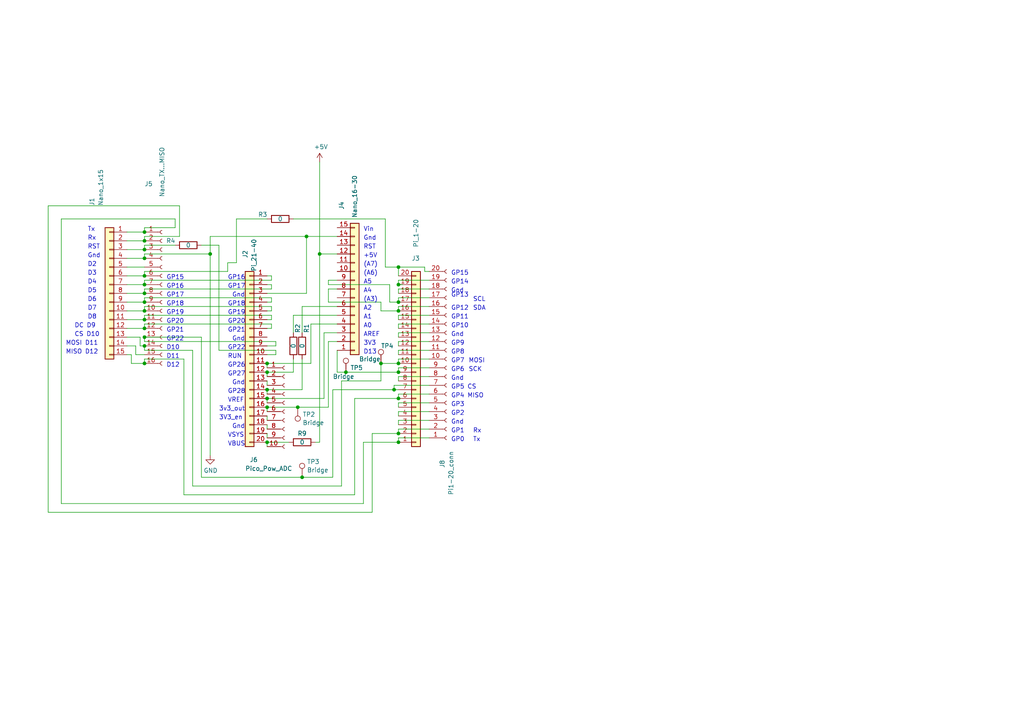
<source format=kicad_sch>
(kicad_sch (version 20230121) (generator eeschema)

  (uuid b787a6aa-a452-4064-9651-ee3dcc43b464)

  (paper "A4")

  (lib_symbols
    (symbol "Connector:Conn_01x10_Socket" (pin_names (offset 1.016) hide) (in_bom yes) (on_board yes)
      (property "Reference" "J" (at 0 12.7 0)
        (effects (font (size 1.27 1.27)))
      )
      (property "Value" "Conn_01x10_Socket" (at 0 -15.24 0)
        (effects (font (size 1.27 1.27)))
      )
      (property "Footprint" "" (at 0 0 0)
        (effects (font (size 1.27 1.27)) hide)
      )
      (property "Datasheet" "~" (at 0 0 0)
        (effects (font (size 1.27 1.27)) hide)
      )
      (property "ki_locked" "" (at 0 0 0)
        (effects (font (size 1.27 1.27)))
      )
      (property "ki_keywords" "connector" (at 0 0 0)
        (effects (font (size 1.27 1.27)) hide)
      )
      (property "ki_description" "Generic connector, single row, 01x10, script generated" (at 0 0 0)
        (effects (font (size 1.27 1.27)) hide)
      )
      (property "ki_fp_filters" "Connector*:*_1x??_*" (at 0 0 0)
        (effects (font (size 1.27 1.27)) hide)
      )
      (symbol "Conn_01x10_Socket_1_1"
        (arc (start 0 -12.192) (mid -0.5058 -12.7) (end 0 -13.208)
          (stroke (width 0.1524) (type default))
          (fill (type none))
        )
        (arc (start 0 -9.652) (mid -0.5058 -10.16) (end 0 -10.668)
          (stroke (width 0.1524) (type default))
          (fill (type none))
        )
        (arc (start 0 -7.112) (mid -0.5058 -7.62) (end 0 -8.128)
          (stroke (width 0.1524) (type default))
          (fill (type none))
        )
        (arc (start 0 -4.572) (mid -0.5058 -5.08) (end 0 -5.588)
          (stroke (width 0.1524) (type default))
          (fill (type none))
        )
        (arc (start 0 -2.032) (mid -0.5058 -2.54) (end 0 -3.048)
          (stroke (width 0.1524) (type default))
          (fill (type none))
        )
        (polyline
          (pts
            (xy -1.27 -12.7)
            (xy -0.508 -12.7)
          )
          (stroke (width 0.1524) (type default))
          (fill (type none))
        )
        (polyline
          (pts
            (xy -1.27 -10.16)
            (xy -0.508 -10.16)
          )
          (stroke (width 0.1524) (type default))
          (fill (type none))
        )
        (polyline
          (pts
            (xy -1.27 -7.62)
            (xy -0.508 -7.62)
          )
          (stroke (width 0.1524) (type default))
          (fill (type none))
        )
        (polyline
          (pts
            (xy -1.27 -5.08)
            (xy -0.508 -5.08)
          )
          (stroke (width 0.1524) (type default))
          (fill (type none))
        )
        (polyline
          (pts
            (xy -1.27 -2.54)
            (xy -0.508 -2.54)
          )
          (stroke (width 0.1524) (type default))
          (fill (type none))
        )
        (polyline
          (pts
            (xy -1.27 0)
            (xy -0.508 0)
          )
          (stroke (width 0.1524) (type default))
          (fill (type none))
        )
        (polyline
          (pts
            (xy -1.27 2.54)
            (xy -0.508 2.54)
          )
          (stroke (width 0.1524) (type default))
          (fill (type none))
        )
        (polyline
          (pts
            (xy -1.27 5.08)
            (xy -0.508 5.08)
          )
          (stroke (width 0.1524) (type default))
          (fill (type none))
        )
        (polyline
          (pts
            (xy -1.27 7.62)
            (xy -0.508 7.62)
          )
          (stroke (width 0.1524) (type default))
          (fill (type none))
        )
        (polyline
          (pts
            (xy -1.27 10.16)
            (xy -0.508 10.16)
          )
          (stroke (width 0.1524) (type default))
          (fill (type none))
        )
        (arc (start 0 0.508) (mid -0.5058 0) (end 0 -0.508)
          (stroke (width 0.1524) (type default))
          (fill (type none))
        )
        (arc (start 0 3.048) (mid -0.5058 2.54) (end 0 2.032)
          (stroke (width 0.1524) (type default))
          (fill (type none))
        )
        (arc (start 0 5.588) (mid -0.5058 5.08) (end 0 4.572)
          (stroke (width 0.1524) (type default))
          (fill (type none))
        )
        (arc (start 0 8.128) (mid -0.5058 7.62) (end 0 7.112)
          (stroke (width 0.1524) (type default))
          (fill (type none))
        )
        (arc (start 0 10.668) (mid -0.5058 10.16) (end 0 9.652)
          (stroke (width 0.1524) (type default))
          (fill (type none))
        )
        (pin passive line (at -5.08 10.16 0) (length 3.81)
          (name "Pin_1" (effects (font (size 1.27 1.27))))
          (number "1" (effects (font (size 1.27 1.27))))
        )
        (pin passive line (at -5.08 -12.7 0) (length 3.81)
          (name "Pin_10" (effects (font (size 1.27 1.27))))
          (number "10" (effects (font (size 1.27 1.27))))
        )
        (pin passive line (at -5.08 7.62 0) (length 3.81)
          (name "Pin_2" (effects (font (size 1.27 1.27))))
          (number "2" (effects (font (size 1.27 1.27))))
        )
        (pin passive line (at -5.08 5.08 0) (length 3.81)
          (name "Pin_3" (effects (font (size 1.27 1.27))))
          (number "3" (effects (font (size 1.27 1.27))))
        )
        (pin passive line (at -5.08 2.54 0) (length 3.81)
          (name "Pin_4" (effects (font (size 1.27 1.27))))
          (number "4" (effects (font (size 1.27 1.27))))
        )
        (pin passive line (at -5.08 0 0) (length 3.81)
          (name "Pin_5" (effects (font (size 1.27 1.27))))
          (number "5" (effects (font (size 1.27 1.27))))
        )
        (pin passive line (at -5.08 -2.54 0) (length 3.81)
          (name "Pin_6" (effects (font (size 1.27 1.27))))
          (number "6" (effects (font (size 1.27 1.27))))
        )
        (pin passive line (at -5.08 -5.08 0) (length 3.81)
          (name "Pin_7" (effects (font (size 1.27 1.27))))
          (number "7" (effects (font (size 1.27 1.27))))
        )
        (pin passive line (at -5.08 -7.62 0) (length 3.81)
          (name "Pin_8" (effects (font (size 1.27 1.27))))
          (number "8" (effects (font (size 1.27 1.27))))
        )
        (pin passive line (at -5.08 -10.16 0) (length 3.81)
          (name "Pin_9" (effects (font (size 1.27 1.27))))
          (number "9" (effects (font (size 1.27 1.27))))
        )
      )
    )
    (symbol "Connector:Conn_01x16_Socket" (pin_names (offset 1.016) hide) (in_bom yes) (on_board yes)
      (property "Reference" "J" (at 0 20.32 0)
        (effects (font (size 1.27 1.27)))
      )
      (property "Value" "Conn_01x16_Socket" (at 0 -22.86 0)
        (effects (font (size 1.27 1.27)))
      )
      (property "Footprint" "" (at 0 0 0)
        (effects (font (size 1.27 1.27)) hide)
      )
      (property "Datasheet" "~" (at 0 0 0)
        (effects (font (size 1.27 1.27)) hide)
      )
      (property "ki_locked" "" (at 0 0 0)
        (effects (font (size 1.27 1.27)))
      )
      (property "ki_keywords" "connector" (at 0 0 0)
        (effects (font (size 1.27 1.27)) hide)
      )
      (property "ki_description" "Generic connector, single row, 01x16, script generated" (at 0 0 0)
        (effects (font (size 1.27 1.27)) hide)
      )
      (property "ki_fp_filters" "Connector*:*_1x??_*" (at 0 0 0)
        (effects (font (size 1.27 1.27)) hide)
      )
      (symbol "Conn_01x16_Socket_1_1"
        (arc (start 0 -19.812) (mid -0.5058 -20.32) (end 0 -20.828)
          (stroke (width 0.1524) (type default))
          (fill (type none))
        )
        (arc (start 0 -17.272) (mid -0.5058 -17.78) (end 0 -18.288)
          (stroke (width 0.1524) (type default))
          (fill (type none))
        )
        (arc (start 0 -14.732) (mid -0.5058 -15.24) (end 0 -15.748)
          (stroke (width 0.1524) (type default))
          (fill (type none))
        )
        (arc (start 0 -12.192) (mid -0.5058 -12.7) (end 0 -13.208)
          (stroke (width 0.1524) (type default))
          (fill (type none))
        )
        (arc (start 0 -9.652) (mid -0.5058 -10.16) (end 0 -10.668)
          (stroke (width 0.1524) (type default))
          (fill (type none))
        )
        (arc (start 0 -7.112) (mid -0.5058 -7.62) (end 0 -8.128)
          (stroke (width 0.1524) (type default))
          (fill (type none))
        )
        (arc (start 0 -4.572) (mid -0.5058 -5.08) (end 0 -5.588)
          (stroke (width 0.1524) (type default))
          (fill (type none))
        )
        (arc (start 0 -2.032) (mid -0.5058 -2.54) (end 0 -3.048)
          (stroke (width 0.1524) (type default))
          (fill (type none))
        )
        (polyline
          (pts
            (xy -1.27 -20.32)
            (xy -0.508 -20.32)
          )
          (stroke (width 0.1524) (type default))
          (fill (type none))
        )
        (polyline
          (pts
            (xy -1.27 -17.78)
            (xy -0.508 -17.78)
          )
          (stroke (width 0.1524) (type default))
          (fill (type none))
        )
        (polyline
          (pts
            (xy -1.27 -15.24)
            (xy -0.508 -15.24)
          )
          (stroke (width 0.1524) (type default))
          (fill (type none))
        )
        (polyline
          (pts
            (xy -1.27 -12.7)
            (xy -0.508 -12.7)
          )
          (stroke (width 0.1524) (type default))
          (fill (type none))
        )
        (polyline
          (pts
            (xy -1.27 -10.16)
            (xy -0.508 -10.16)
          )
          (stroke (width 0.1524) (type default))
          (fill (type none))
        )
        (polyline
          (pts
            (xy -1.27 -7.62)
            (xy -0.508 -7.62)
          )
          (stroke (width 0.1524) (type default))
          (fill (type none))
        )
        (polyline
          (pts
            (xy -1.27 -5.08)
            (xy -0.508 -5.08)
          )
          (stroke (width 0.1524) (type default))
          (fill (type none))
        )
        (polyline
          (pts
            (xy -1.27 -2.54)
            (xy -0.508 -2.54)
          )
          (stroke (width 0.1524) (type default))
          (fill (type none))
        )
        (polyline
          (pts
            (xy -1.27 0)
            (xy -0.508 0)
          )
          (stroke (width 0.1524) (type default))
          (fill (type none))
        )
        (polyline
          (pts
            (xy -1.27 2.54)
            (xy -0.508 2.54)
          )
          (stroke (width 0.1524) (type default))
          (fill (type none))
        )
        (polyline
          (pts
            (xy -1.27 5.08)
            (xy -0.508 5.08)
          )
          (stroke (width 0.1524) (type default))
          (fill (type none))
        )
        (polyline
          (pts
            (xy -1.27 7.62)
            (xy -0.508 7.62)
          )
          (stroke (width 0.1524) (type default))
          (fill (type none))
        )
        (polyline
          (pts
            (xy -1.27 10.16)
            (xy -0.508 10.16)
          )
          (stroke (width 0.1524) (type default))
          (fill (type none))
        )
        (polyline
          (pts
            (xy -1.27 12.7)
            (xy -0.508 12.7)
          )
          (stroke (width 0.1524) (type default))
          (fill (type none))
        )
        (polyline
          (pts
            (xy -1.27 15.24)
            (xy -0.508 15.24)
          )
          (stroke (width 0.1524) (type default))
          (fill (type none))
        )
        (polyline
          (pts
            (xy -1.27 17.78)
            (xy -0.508 17.78)
          )
          (stroke (width 0.1524) (type default))
          (fill (type none))
        )
        (arc (start 0 0.508) (mid -0.5058 0) (end 0 -0.508)
          (stroke (width 0.1524) (type default))
          (fill (type none))
        )
        (arc (start 0 3.048) (mid -0.5058 2.54) (end 0 2.032)
          (stroke (width 0.1524) (type default))
          (fill (type none))
        )
        (arc (start 0 5.588) (mid -0.5058 5.08) (end 0 4.572)
          (stroke (width 0.1524) (type default))
          (fill (type none))
        )
        (arc (start 0 8.128) (mid -0.5058 7.62) (end 0 7.112)
          (stroke (width 0.1524) (type default))
          (fill (type none))
        )
        (arc (start 0 10.668) (mid -0.5058 10.16) (end 0 9.652)
          (stroke (width 0.1524) (type default))
          (fill (type none))
        )
        (arc (start 0 13.208) (mid -0.5058 12.7) (end 0 12.192)
          (stroke (width 0.1524) (type default))
          (fill (type none))
        )
        (arc (start 0 15.748) (mid -0.5058 15.24) (end 0 14.732)
          (stroke (width 0.1524) (type default))
          (fill (type none))
        )
        (arc (start 0 18.288) (mid -0.5058 17.78) (end 0 17.272)
          (stroke (width 0.1524) (type default))
          (fill (type none))
        )
        (pin passive line (at -5.08 17.78 0) (length 3.81)
          (name "Pin_1" (effects (font (size 1.27 1.27))))
          (number "1" (effects (font (size 1.27 1.27))))
        )
        (pin passive line (at -5.08 -5.08 0) (length 3.81)
          (name "Pin_10" (effects (font (size 1.27 1.27))))
          (number "10" (effects (font (size 1.27 1.27))))
        )
        (pin passive line (at -5.08 -7.62 0) (length 3.81)
          (name "Pin_11" (effects (font (size 1.27 1.27))))
          (number "11" (effects (font (size 1.27 1.27))))
        )
        (pin passive line (at -5.08 -10.16 0) (length 3.81)
          (name "Pin_12" (effects (font (size 1.27 1.27))))
          (number "12" (effects (font (size 1.27 1.27))))
        )
        (pin passive line (at -5.08 -12.7 0) (length 3.81)
          (name "Pin_13" (effects (font (size 1.27 1.27))))
          (number "13" (effects (font (size 1.27 1.27))))
        )
        (pin passive line (at -5.08 -15.24 0) (length 3.81)
          (name "Pin_14" (effects (font (size 1.27 1.27))))
          (number "14" (effects (font (size 1.27 1.27))))
        )
        (pin passive line (at -5.08 -17.78 0) (length 3.81)
          (name "Pin_15" (effects (font (size 1.27 1.27))))
          (number "15" (effects (font (size 1.27 1.27))))
        )
        (pin passive line (at -5.08 -20.32 0) (length 3.81)
          (name "Pin_16" (effects (font (size 1.27 1.27))))
          (number "16" (effects (font (size 1.27 1.27))))
        )
        (pin passive line (at -5.08 15.24 0) (length 3.81)
          (name "Pin_2" (effects (font (size 1.27 1.27))))
          (number "2" (effects (font (size 1.27 1.27))))
        )
        (pin passive line (at -5.08 12.7 0) (length 3.81)
          (name "Pin_3" (effects (font (size 1.27 1.27))))
          (number "3" (effects (font (size 1.27 1.27))))
        )
        (pin passive line (at -5.08 10.16 0) (length 3.81)
          (name "Pin_4" (effects (font (size 1.27 1.27))))
          (number "4" (effects (font (size 1.27 1.27))))
        )
        (pin passive line (at -5.08 7.62 0) (length 3.81)
          (name "Pin_5" (effects (font (size 1.27 1.27))))
          (number "5" (effects (font (size 1.27 1.27))))
        )
        (pin passive line (at -5.08 5.08 0) (length 3.81)
          (name "Pin_6" (effects (font (size 1.27 1.27))))
          (number "6" (effects (font (size 1.27 1.27))))
        )
        (pin passive line (at -5.08 2.54 0) (length 3.81)
          (name "Pin_7" (effects (font (size 1.27 1.27))))
          (number "7" (effects (font (size 1.27 1.27))))
        )
        (pin passive line (at -5.08 0 0) (length 3.81)
          (name "Pin_8" (effects (font (size 1.27 1.27))))
          (number "8" (effects (font (size 1.27 1.27))))
        )
        (pin passive line (at -5.08 -2.54 0) (length 3.81)
          (name "Pin_9" (effects (font (size 1.27 1.27))))
          (number "9" (effects (font (size 1.27 1.27))))
        )
      )
    )
    (symbol "Connector:Conn_01x20_Socket" (pin_names (offset 1.016) hide) (in_bom yes) (on_board yes)
      (property "Reference" "J" (at 0 25.4 0)
        (effects (font (size 1.27 1.27)))
      )
      (property "Value" "Conn_01x20_Socket" (at 0 -27.94 0)
        (effects (font (size 1.27 1.27)))
      )
      (property "Footprint" "" (at 0 0 0)
        (effects (font (size 1.27 1.27)) hide)
      )
      (property "Datasheet" "~" (at 0 0 0)
        (effects (font (size 1.27 1.27)) hide)
      )
      (property "ki_locked" "" (at 0 0 0)
        (effects (font (size 1.27 1.27)))
      )
      (property "ki_keywords" "connector" (at 0 0 0)
        (effects (font (size 1.27 1.27)) hide)
      )
      (property "ki_description" "Generic connector, single row, 01x20, script generated" (at 0 0 0)
        (effects (font (size 1.27 1.27)) hide)
      )
      (property "ki_fp_filters" "Connector*:*_1x??_*" (at 0 0 0)
        (effects (font (size 1.27 1.27)) hide)
      )
      (symbol "Conn_01x20_Socket_1_1"
        (arc (start 0 -24.892) (mid -0.5058 -25.4) (end 0 -25.908)
          (stroke (width 0.1524) (type default))
          (fill (type none))
        )
        (arc (start 0 -22.352) (mid -0.5058 -22.86) (end 0 -23.368)
          (stroke (width 0.1524) (type default))
          (fill (type none))
        )
        (arc (start 0 -19.812) (mid -0.5058 -20.32) (end 0 -20.828)
          (stroke (width 0.1524) (type default))
          (fill (type none))
        )
        (arc (start 0 -17.272) (mid -0.5058 -17.78) (end 0 -18.288)
          (stroke (width 0.1524) (type default))
          (fill (type none))
        )
        (arc (start 0 -14.732) (mid -0.5058 -15.24) (end 0 -15.748)
          (stroke (width 0.1524) (type default))
          (fill (type none))
        )
        (arc (start 0 -12.192) (mid -0.5058 -12.7) (end 0 -13.208)
          (stroke (width 0.1524) (type default))
          (fill (type none))
        )
        (arc (start 0 -9.652) (mid -0.5058 -10.16) (end 0 -10.668)
          (stroke (width 0.1524) (type default))
          (fill (type none))
        )
        (arc (start 0 -7.112) (mid -0.5058 -7.62) (end 0 -8.128)
          (stroke (width 0.1524) (type default))
          (fill (type none))
        )
        (arc (start 0 -4.572) (mid -0.5058 -5.08) (end 0 -5.588)
          (stroke (width 0.1524) (type default))
          (fill (type none))
        )
        (arc (start 0 -2.032) (mid -0.5058 -2.54) (end 0 -3.048)
          (stroke (width 0.1524) (type default))
          (fill (type none))
        )
        (polyline
          (pts
            (xy -1.27 -25.4)
            (xy -0.508 -25.4)
          )
          (stroke (width 0.1524) (type default))
          (fill (type none))
        )
        (polyline
          (pts
            (xy -1.27 -22.86)
            (xy -0.508 -22.86)
          )
          (stroke (width 0.1524) (type default))
          (fill (type none))
        )
        (polyline
          (pts
            (xy -1.27 -20.32)
            (xy -0.508 -20.32)
          )
          (stroke (width 0.1524) (type default))
          (fill (type none))
        )
        (polyline
          (pts
            (xy -1.27 -17.78)
            (xy -0.508 -17.78)
          )
          (stroke (width 0.1524) (type default))
          (fill (type none))
        )
        (polyline
          (pts
            (xy -1.27 -15.24)
            (xy -0.508 -15.24)
          )
          (stroke (width 0.1524) (type default))
          (fill (type none))
        )
        (polyline
          (pts
            (xy -1.27 -12.7)
            (xy -0.508 -12.7)
          )
          (stroke (width 0.1524) (type default))
          (fill (type none))
        )
        (polyline
          (pts
            (xy -1.27 -10.16)
            (xy -0.508 -10.16)
          )
          (stroke (width 0.1524) (type default))
          (fill (type none))
        )
        (polyline
          (pts
            (xy -1.27 -7.62)
            (xy -0.508 -7.62)
          )
          (stroke (width 0.1524) (type default))
          (fill (type none))
        )
        (polyline
          (pts
            (xy -1.27 -5.08)
            (xy -0.508 -5.08)
          )
          (stroke (width 0.1524) (type default))
          (fill (type none))
        )
        (polyline
          (pts
            (xy -1.27 -2.54)
            (xy -0.508 -2.54)
          )
          (stroke (width 0.1524) (type default))
          (fill (type none))
        )
        (polyline
          (pts
            (xy -1.27 0)
            (xy -0.508 0)
          )
          (stroke (width 0.1524) (type default))
          (fill (type none))
        )
        (polyline
          (pts
            (xy -1.27 2.54)
            (xy -0.508 2.54)
          )
          (stroke (width 0.1524) (type default))
          (fill (type none))
        )
        (polyline
          (pts
            (xy -1.27 5.08)
            (xy -0.508 5.08)
          )
          (stroke (width 0.1524) (type default))
          (fill (type none))
        )
        (polyline
          (pts
            (xy -1.27 7.62)
            (xy -0.508 7.62)
          )
          (stroke (width 0.1524) (type default))
          (fill (type none))
        )
        (polyline
          (pts
            (xy -1.27 10.16)
            (xy -0.508 10.16)
          )
          (stroke (width 0.1524) (type default))
          (fill (type none))
        )
        (polyline
          (pts
            (xy -1.27 12.7)
            (xy -0.508 12.7)
          )
          (stroke (width 0.1524) (type default))
          (fill (type none))
        )
        (polyline
          (pts
            (xy -1.27 15.24)
            (xy -0.508 15.24)
          )
          (stroke (width 0.1524) (type default))
          (fill (type none))
        )
        (polyline
          (pts
            (xy -1.27 17.78)
            (xy -0.508 17.78)
          )
          (stroke (width 0.1524) (type default))
          (fill (type none))
        )
        (polyline
          (pts
            (xy -1.27 20.32)
            (xy -0.508 20.32)
          )
          (stroke (width 0.1524) (type default))
          (fill (type none))
        )
        (polyline
          (pts
            (xy -1.27 22.86)
            (xy -0.508 22.86)
          )
          (stroke (width 0.1524) (type default))
          (fill (type none))
        )
        (arc (start 0 0.508) (mid -0.5058 0) (end 0 -0.508)
          (stroke (width 0.1524) (type default))
          (fill (type none))
        )
        (arc (start 0 3.048) (mid -0.5058 2.54) (end 0 2.032)
          (stroke (width 0.1524) (type default))
          (fill (type none))
        )
        (arc (start 0 5.588) (mid -0.5058 5.08) (end 0 4.572)
          (stroke (width 0.1524) (type default))
          (fill (type none))
        )
        (arc (start 0 8.128) (mid -0.5058 7.62) (end 0 7.112)
          (stroke (width 0.1524) (type default))
          (fill (type none))
        )
        (arc (start 0 10.668) (mid -0.5058 10.16) (end 0 9.652)
          (stroke (width 0.1524) (type default))
          (fill (type none))
        )
        (arc (start 0 13.208) (mid -0.5058 12.7) (end 0 12.192)
          (stroke (width 0.1524) (type default))
          (fill (type none))
        )
        (arc (start 0 15.748) (mid -0.5058 15.24) (end 0 14.732)
          (stroke (width 0.1524) (type default))
          (fill (type none))
        )
        (arc (start 0 18.288) (mid -0.5058 17.78) (end 0 17.272)
          (stroke (width 0.1524) (type default))
          (fill (type none))
        )
        (arc (start 0 20.828) (mid -0.5058 20.32) (end 0 19.812)
          (stroke (width 0.1524) (type default))
          (fill (type none))
        )
        (arc (start 0 23.368) (mid -0.5058 22.86) (end 0 22.352)
          (stroke (width 0.1524) (type default))
          (fill (type none))
        )
        (pin passive line (at -5.08 22.86 0) (length 3.81)
          (name "Pin_1" (effects (font (size 1.27 1.27))))
          (number "1" (effects (font (size 1.27 1.27))))
        )
        (pin passive line (at -5.08 0 0) (length 3.81)
          (name "Pin_10" (effects (font (size 1.27 1.27))))
          (number "10" (effects (font (size 1.27 1.27))))
        )
        (pin passive line (at -5.08 -2.54 0) (length 3.81)
          (name "Pin_11" (effects (font (size 1.27 1.27))))
          (number "11" (effects (font (size 1.27 1.27))))
        )
        (pin passive line (at -5.08 -5.08 0) (length 3.81)
          (name "Pin_12" (effects (font (size 1.27 1.27))))
          (number "12" (effects (font (size 1.27 1.27))))
        )
        (pin passive line (at -5.08 -7.62 0) (length 3.81)
          (name "Pin_13" (effects (font (size 1.27 1.27))))
          (number "13" (effects (font (size 1.27 1.27))))
        )
        (pin passive line (at -5.08 -10.16 0) (length 3.81)
          (name "Pin_14" (effects (font (size 1.27 1.27))))
          (number "14" (effects (font (size 1.27 1.27))))
        )
        (pin passive line (at -5.08 -12.7 0) (length 3.81)
          (name "Pin_15" (effects (font (size 1.27 1.27))))
          (number "15" (effects (font (size 1.27 1.27))))
        )
        (pin passive line (at -5.08 -15.24 0) (length 3.81)
          (name "Pin_16" (effects (font (size 1.27 1.27))))
          (number "16" (effects (font (size 1.27 1.27))))
        )
        (pin passive line (at -5.08 -17.78 0) (length 3.81)
          (name "Pin_17" (effects (font (size 1.27 1.27))))
          (number "17" (effects (font (size 1.27 1.27))))
        )
        (pin passive line (at -5.08 -20.32 0) (length 3.81)
          (name "Pin_18" (effects (font (size 1.27 1.27))))
          (number "18" (effects (font (size 1.27 1.27))))
        )
        (pin passive line (at -5.08 -22.86 0) (length 3.81)
          (name "Pin_19" (effects (font (size 1.27 1.27))))
          (number "19" (effects (font (size 1.27 1.27))))
        )
        (pin passive line (at -5.08 20.32 0) (length 3.81)
          (name "Pin_2" (effects (font (size 1.27 1.27))))
          (number "2" (effects (font (size 1.27 1.27))))
        )
        (pin passive line (at -5.08 -25.4 0) (length 3.81)
          (name "Pin_20" (effects (font (size 1.27 1.27))))
          (number "20" (effects (font (size 1.27 1.27))))
        )
        (pin passive line (at -5.08 17.78 0) (length 3.81)
          (name "Pin_3" (effects (font (size 1.27 1.27))))
          (number "3" (effects (font (size 1.27 1.27))))
        )
        (pin passive line (at -5.08 15.24 0) (length 3.81)
          (name "Pin_4" (effects (font (size 1.27 1.27))))
          (number "4" (effects (font (size 1.27 1.27))))
        )
        (pin passive line (at -5.08 12.7 0) (length 3.81)
          (name "Pin_5" (effects (font (size 1.27 1.27))))
          (number "5" (effects (font (size 1.27 1.27))))
        )
        (pin passive line (at -5.08 10.16 0) (length 3.81)
          (name "Pin_6" (effects (font (size 1.27 1.27))))
          (number "6" (effects (font (size 1.27 1.27))))
        )
        (pin passive line (at -5.08 7.62 0) (length 3.81)
          (name "Pin_7" (effects (font (size 1.27 1.27))))
          (number "7" (effects (font (size 1.27 1.27))))
        )
        (pin passive line (at -5.08 5.08 0) (length 3.81)
          (name "Pin_8" (effects (font (size 1.27 1.27))))
          (number "8" (effects (font (size 1.27 1.27))))
        )
        (pin passive line (at -5.08 2.54 0) (length 3.81)
          (name "Pin_9" (effects (font (size 1.27 1.27))))
          (number "9" (effects (font (size 1.27 1.27))))
        )
      )
    )
    (symbol "Connector:TestPoint" (pin_numbers hide) (pin_names (offset 0.762) hide) (in_bom yes) (on_board yes)
      (property "Reference" "TP" (at 0 6.858 0)
        (effects (font (size 1.27 1.27)))
      )
      (property "Value" "TestPoint" (at 0 5.08 0)
        (effects (font (size 1.27 1.27)))
      )
      (property "Footprint" "" (at 5.08 0 0)
        (effects (font (size 1.27 1.27)) hide)
      )
      (property "Datasheet" "~" (at 5.08 0 0)
        (effects (font (size 1.27 1.27)) hide)
      )
      (property "ki_keywords" "test point tp" (at 0 0 0)
        (effects (font (size 1.27 1.27)) hide)
      )
      (property "ki_description" "test point" (at 0 0 0)
        (effects (font (size 1.27 1.27)) hide)
      )
      (property "ki_fp_filters" "Pin* Test*" (at 0 0 0)
        (effects (font (size 1.27 1.27)) hide)
      )
      (symbol "TestPoint_0_1"
        (circle (center 0 3.302) (radius 0.762)
          (stroke (width 0) (type default))
          (fill (type none))
        )
      )
      (symbol "TestPoint_1_1"
        (pin passive line (at 0 0 90) (length 2.54)
          (name "1" (effects (font (size 1.27 1.27))))
          (number "1" (effects (font (size 1.27 1.27))))
        )
      )
    )
    (symbol "Connector_Generic:Conn_01x15" (pin_names (offset 1.016) hide) (in_bom yes) (on_board yes)
      (property "Reference" "J" (at 0 20.32 0)
        (effects (font (size 1.27 1.27)))
      )
      (property "Value" "Conn_01x15" (at 0 -20.32 0)
        (effects (font (size 1.27 1.27)))
      )
      (property "Footprint" "" (at 0 0 0)
        (effects (font (size 1.27 1.27)) hide)
      )
      (property "Datasheet" "~" (at 0 0 0)
        (effects (font (size 1.27 1.27)) hide)
      )
      (property "ki_keywords" "connector" (at 0 0 0)
        (effects (font (size 1.27 1.27)) hide)
      )
      (property "ki_description" "Generic connector, single row, 01x15, script generated (kicad-library-utils/schlib/autogen/connector/)" (at 0 0 0)
        (effects (font (size 1.27 1.27)) hide)
      )
      (property "ki_fp_filters" "Connector*:*_1x??_*" (at 0 0 0)
        (effects (font (size 1.27 1.27)) hide)
      )
      (symbol "Conn_01x15_1_1"
        (rectangle (start -1.27 -17.653) (end 0 -17.907)
          (stroke (width 0.1524) (type default))
          (fill (type none))
        )
        (rectangle (start -1.27 -15.113) (end 0 -15.367)
          (stroke (width 0.1524) (type default))
          (fill (type none))
        )
        (rectangle (start -1.27 -12.573) (end 0 -12.827)
          (stroke (width 0.1524) (type default))
          (fill (type none))
        )
        (rectangle (start -1.27 -10.033) (end 0 -10.287)
          (stroke (width 0.1524) (type default))
          (fill (type none))
        )
        (rectangle (start -1.27 -7.493) (end 0 -7.747)
          (stroke (width 0.1524) (type default))
          (fill (type none))
        )
        (rectangle (start -1.27 -4.953) (end 0 -5.207)
          (stroke (width 0.1524) (type default))
          (fill (type none))
        )
        (rectangle (start -1.27 -2.413) (end 0 -2.667)
          (stroke (width 0.1524) (type default))
          (fill (type none))
        )
        (rectangle (start -1.27 0.127) (end 0 -0.127)
          (stroke (width 0.1524) (type default))
          (fill (type none))
        )
        (rectangle (start -1.27 2.667) (end 0 2.413)
          (stroke (width 0.1524) (type default))
          (fill (type none))
        )
        (rectangle (start -1.27 5.207) (end 0 4.953)
          (stroke (width 0.1524) (type default))
          (fill (type none))
        )
        (rectangle (start -1.27 7.747) (end 0 7.493)
          (stroke (width 0.1524) (type default))
          (fill (type none))
        )
        (rectangle (start -1.27 10.287) (end 0 10.033)
          (stroke (width 0.1524) (type default))
          (fill (type none))
        )
        (rectangle (start -1.27 12.827) (end 0 12.573)
          (stroke (width 0.1524) (type default))
          (fill (type none))
        )
        (rectangle (start -1.27 15.367) (end 0 15.113)
          (stroke (width 0.1524) (type default))
          (fill (type none))
        )
        (rectangle (start -1.27 17.907) (end 0 17.653)
          (stroke (width 0.1524) (type default))
          (fill (type none))
        )
        (rectangle (start -1.27 19.05) (end 1.27 -19.05)
          (stroke (width 0.254) (type default))
          (fill (type background))
        )
        (pin passive line (at -5.08 17.78 0) (length 3.81)
          (name "Pin_1" (effects (font (size 1.27 1.27))))
          (number "1" (effects (font (size 1.27 1.27))))
        )
        (pin passive line (at -5.08 -5.08 0) (length 3.81)
          (name "Pin_10" (effects (font (size 1.27 1.27))))
          (number "10" (effects (font (size 1.27 1.27))))
        )
        (pin passive line (at -5.08 -7.62 0) (length 3.81)
          (name "Pin_11" (effects (font (size 1.27 1.27))))
          (number "11" (effects (font (size 1.27 1.27))))
        )
        (pin passive line (at -5.08 -10.16 0) (length 3.81)
          (name "Pin_12" (effects (font (size 1.27 1.27))))
          (number "12" (effects (font (size 1.27 1.27))))
        )
        (pin passive line (at -5.08 -12.7 0) (length 3.81)
          (name "Pin_13" (effects (font (size 1.27 1.27))))
          (number "13" (effects (font (size 1.27 1.27))))
        )
        (pin passive line (at -5.08 -15.24 0) (length 3.81)
          (name "Pin_14" (effects (font (size 1.27 1.27))))
          (number "14" (effects (font (size 1.27 1.27))))
        )
        (pin passive line (at -5.08 -17.78 0) (length 3.81)
          (name "Pin_15" (effects (font (size 1.27 1.27))))
          (number "15" (effects (font (size 1.27 1.27))))
        )
        (pin passive line (at -5.08 15.24 0) (length 3.81)
          (name "Pin_2" (effects (font (size 1.27 1.27))))
          (number "2" (effects (font (size 1.27 1.27))))
        )
        (pin passive line (at -5.08 12.7 0) (length 3.81)
          (name "Pin_3" (effects (font (size 1.27 1.27))))
          (number "3" (effects (font (size 1.27 1.27))))
        )
        (pin passive line (at -5.08 10.16 0) (length 3.81)
          (name "Pin_4" (effects (font (size 1.27 1.27))))
          (number "4" (effects (font (size 1.27 1.27))))
        )
        (pin passive line (at -5.08 7.62 0) (length 3.81)
          (name "Pin_5" (effects (font (size 1.27 1.27))))
          (number "5" (effects (font (size 1.27 1.27))))
        )
        (pin passive line (at -5.08 5.08 0) (length 3.81)
          (name "Pin_6" (effects (font (size 1.27 1.27))))
          (number "6" (effects (font (size 1.27 1.27))))
        )
        (pin passive line (at -5.08 2.54 0) (length 3.81)
          (name "Pin_7" (effects (font (size 1.27 1.27))))
          (number "7" (effects (font (size 1.27 1.27))))
        )
        (pin passive line (at -5.08 0 0) (length 3.81)
          (name "Pin_8" (effects (font (size 1.27 1.27))))
          (number "8" (effects (font (size 1.27 1.27))))
        )
        (pin passive line (at -5.08 -2.54 0) (length 3.81)
          (name "Pin_9" (effects (font (size 1.27 1.27))))
          (number "9" (effects (font (size 1.27 1.27))))
        )
      )
    )
    (symbol "Connector_Generic:Conn_01x20" (pin_names (offset 1.016) hide) (in_bom yes) (on_board yes)
      (property "Reference" "J" (at 0 25.4 0)
        (effects (font (size 1.27 1.27)))
      )
      (property "Value" "Conn_01x20" (at 0 -27.94 0)
        (effects (font (size 1.27 1.27)))
      )
      (property "Footprint" "" (at 0 0 0)
        (effects (font (size 1.27 1.27)) hide)
      )
      (property "Datasheet" "~" (at 0 0 0)
        (effects (font (size 1.27 1.27)) hide)
      )
      (property "ki_keywords" "connector" (at 0 0 0)
        (effects (font (size 1.27 1.27)) hide)
      )
      (property "ki_description" "Generic connector, single row, 01x20, script generated (kicad-library-utils/schlib/autogen/connector/)" (at 0 0 0)
        (effects (font (size 1.27 1.27)) hide)
      )
      (property "ki_fp_filters" "Connector*:*_1x??_*" (at 0 0 0)
        (effects (font (size 1.27 1.27)) hide)
      )
      (symbol "Conn_01x20_1_1"
        (rectangle (start -1.27 -25.273) (end 0 -25.527)
          (stroke (width 0.1524) (type default))
          (fill (type none))
        )
        (rectangle (start -1.27 -22.733) (end 0 -22.987)
          (stroke (width 0.1524) (type default))
          (fill (type none))
        )
        (rectangle (start -1.27 -20.193) (end 0 -20.447)
          (stroke (width 0.1524) (type default))
          (fill (type none))
        )
        (rectangle (start -1.27 -17.653) (end 0 -17.907)
          (stroke (width 0.1524) (type default))
          (fill (type none))
        )
        (rectangle (start -1.27 -15.113) (end 0 -15.367)
          (stroke (width 0.1524) (type default))
          (fill (type none))
        )
        (rectangle (start -1.27 -12.573) (end 0 -12.827)
          (stroke (width 0.1524) (type default))
          (fill (type none))
        )
        (rectangle (start -1.27 -10.033) (end 0 -10.287)
          (stroke (width 0.1524) (type default))
          (fill (type none))
        )
        (rectangle (start -1.27 -7.493) (end 0 -7.747)
          (stroke (width 0.1524) (type default))
          (fill (type none))
        )
        (rectangle (start -1.27 -4.953) (end 0 -5.207)
          (stroke (width 0.1524) (type default))
          (fill (type none))
        )
        (rectangle (start -1.27 -2.413) (end 0 -2.667)
          (stroke (width 0.1524) (type default))
          (fill (type none))
        )
        (rectangle (start -1.27 0.127) (end 0 -0.127)
          (stroke (width 0.1524) (type default))
          (fill (type none))
        )
        (rectangle (start -1.27 2.667) (end 0 2.413)
          (stroke (width 0.1524) (type default))
          (fill (type none))
        )
        (rectangle (start -1.27 5.207) (end 0 4.953)
          (stroke (width 0.1524) (type default))
          (fill (type none))
        )
        (rectangle (start -1.27 7.747) (end 0 7.493)
          (stroke (width 0.1524) (type default))
          (fill (type none))
        )
        (rectangle (start -1.27 10.287) (end 0 10.033)
          (stroke (width 0.1524) (type default))
          (fill (type none))
        )
        (rectangle (start -1.27 12.827) (end 0 12.573)
          (stroke (width 0.1524) (type default))
          (fill (type none))
        )
        (rectangle (start -1.27 15.367) (end 0 15.113)
          (stroke (width 0.1524) (type default))
          (fill (type none))
        )
        (rectangle (start -1.27 17.907) (end 0 17.653)
          (stroke (width 0.1524) (type default))
          (fill (type none))
        )
        (rectangle (start -1.27 20.447) (end 0 20.193)
          (stroke (width 0.1524) (type default))
          (fill (type none))
        )
        (rectangle (start -1.27 22.987) (end 0 22.733)
          (stroke (width 0.1524) (type default))
          (fill (type none))
        )
        (rectangle (start -1.27 24.13) (end 1.27 -26.67)
          (stroke (width 0.254) (type default))
          (fill (type background))
        )
        (pin passive line (at -5.08 22.86 0) (length 3.81)
          (name "Pin_1" (effects (font (size 1.27 1.27))))
          (number "1" (effects (font (size 1.27 1.27))))
        )
        (pin passive line (at -5.08 0 0) (length 3.81)
          (name "Pin_10" (effects (font (size 1.27 1.27))))
          (number "10" (effects (font (size 1.27 1.27))))
        )
        (pin passive line (at -5.08 -2.54 0) (length 3.81)
          (name "Pin_11" (effects (font (size 1.27 1.27))))
          (number "11" (effects (font (size 1.27 1.27))))
        )
        (pin passive line (at -5.08 -5.08 0) (length 3.81)
          (name "Pin_12" (effects (font (size 1.27 1.27))))
          (number "12" (effects (font (size 1.27 1.27))))
        )
        (pin passive line (at -5.08 -7.62 0) (length 3.81)
          (name "Pin_13" (effects (font (size 1.27 1.27))))
          (number "13" (effects (font (size 1.27 1.27))))
        )
        (pin passive line (at -5.08 -10.16 0) (length 3.81)
          (name "Pin_14" (effects (font (size 1.27 1.27))))
          (number "14" (effects (font (size 1.27 1.27))))
        )
        (pin passive line (at -5.08 -12.7 0) (length 3.81)
          (name "Pin_15" (effects (font (size 1.27 1.27))))
          (number "15" (effects (font (size 1.27 1.27))))
        )
        (pin passive line (at -5.08 -15.24 0) (length 3.81)
          (name "Pin_16" (effects (font (size 1.27 1.27))))
          (number "16" (effects (font (size 1.27 1.27))))
        )
        (pin passive line (at -5.08 -17.78 0) (length 3.81)
          (name "Pin_17" (effects (font (size 1.27 1.27))))
          (number "17" (effects (font (size 1.27 1.27))))
        )
        (pin passive line (at -5.08 -20.32 0) (length 3.81)
          (name "Pin_18" (effects (font (size 1.27 1.27))))
          (number "18" (effects (font (size 1.27 1.27))))
        )
        (pin passive line (at -5.08 -22.86 0) (length 3.81)
          (name "Pin_19" (effects (font (size 1.27 1.27))))
          (number "19" (effects (font (size 1.27 1.27))))
        )
        (pin passive line (at -5.08 20.32 0) (length 3.81)
          (name "Pin_2" (effects (font (size 1.27 1.27))))
          (number "2" (effects (font (size 1.27 1.27))))
        )
        (pin passive line (at -5.08 -25.4 0) (length 3.81)
          (name "Pin_20" (effects (font (size 1.27 1.27))))
          (number "20" (effects (font (size 1.27 1.27))))
        )
        (pin passive line (at -5.08 17.78 0) (length 3.81)
          (name "Pin_3" (effects (font (size 1.27 1.27))))
          (number "3" (effects (font (size 1.27 1.27))))
        )
        (pin passive line (at -5.08 15.24 0) (length 3.81)
          (name "Pin_4" (effects (font (size 1.27 1.27))))
          (number "4" (effects (font (size 1.27 1.27))))
        )
        (pin passive line (at -5.08 12.7 0) (length 3.81)
          (name "Pin_5" (effects (font (size 1.27 1.27))))
          (number "5" (effects (font (size 1.27 1.27))))
        )
        (pin passive line (at -5.08 10.16 0) (length 3.81)
          (name "Pin_6" (effects (font (size 1.27 1.27))))
          (number "6" (effects (font (size 1.27 1.27))))
        )
        (pin passive line (at -5.08 7.62 0) (length 3.81)
          (name "Pin_7" (effects (font (size 1.27 1.27))))
          (number "7" (effects (font (size 1.27 1.27))))
        )
        (pin passive line (at -5.08 5.08 0) (length 3.81)
          (name "Pin_8" (effects (font (size 1.27 1.27))))
          (number "8" (effects (font (size 1.27 1.27))))
        )
        (pin passive line (at -5.08 2.54 0) (length 3.81)
          (name "Pin_9" (effects (font (size 1.27 1.27))))
          (number "9" (effects (font (size 1.27 1.27))))
        )
      )
    )
    (symbol "Device:R" (pin_numbers hide) (pin_names (offset 0)) (in_bom yes) (on_board yes)
      (property "Reference" "R" (at 2.032 0 90)
        (effects (font (size 1.27 1.27)))
      )
      (property "Value" "R" (at 0 0 90)
        (effects (font (size 1.27 1.27)))
      )
      (property "Footprint" "" (at -1.778 0 90)
        (effects (font (size 1.27 1.27)) hide)
      )
      (property "Datasheet" "~" (at 0 0 0)
        (effects (font (size 1.27 1.27)) hide)
      )
      (property "ki_keywords" "R res resistor" (at 0 0 0)
        (effects (font (size 1.27 1.27)) hide)
      )
      (property "ki_description" "Resistor" (at 0 0 0)
        (effects (font (size 1.27 1.27)) hide)
      )
      (property "ki_fp_filters" "R_*" (at 0 0 0)
        (effects (font (size 1.27 1.27)) hide)
      )
      (symbol "R_0_1"
        (rectangle (start -1.016 -2.54) (end 1.016 2.54)
          (stroke (width 0.254) (type default))
          (fill (type none))
        )
      )
      (symbol "R_1_1"
        (pin passive line (at 0 3.81 270) (length 1.27)
          (name "~" (effects (font (size 1.27 1.27))))
          (number "1" (effects (font (size 1.27 1.27))))
        )
        (pin passive line (at 0 -3.81 90) (length 1.27)
          (name "~" (effects (font (size 1.27 1.27))))
          (number "2" (effects (font (size 1.27 1.27))))
        )
      )
    )
    (symbol "power:+5V" (power) (pin_names (offset 0)) (in_bom yes) (on_board yes)
      (property "Reference" "#PWR" (at 0 -3.81 0)
        (effects (font (size 1.27 1.27)) hide)
      )
      (property "Value" "+5V" (at 0 3.556 0)
        (effects (font (size 1.27 1.27)))
      )
      (property "Footprint" "" (at 0 0 0)
        (effects (font (size 1.27 1.27)) hide)
      )
      (property "Datasheet" "" (at 0 0 0)
        (effects (font (size 1.27 1.27)) hide)
      )
      (property "ki_keywords" "global power" (at 0 0 0)
        (effects (font (size 1.27 1.27)) hide)
      )
      (property "ki_description" "Power symbol creates a global label with name \"+5V\"" (at 0 0 0)
        (effects (font (size 1.27 1.27)) hide)
      )
      (symbol "+5V_0_1"
        (polyline
          (pts
            (xy -0.762 1.27)
            (xy 0 2.54)
          )
          (stroke (width 0) (type default))
          (fill (type none))
        )
        (polyline
          (pts
            (xy 0 0)
            (xy 0 2.54)
          )
          (stroke (width 0) (type default))
          (fill (type none))
        )
        (polyline
          (pts
            (xy 0 2.54)
            (xy 0.762 1.27)
          )
          (stroke (width 0) (type default))
          (fill (type none))
        )
      )
      (symbol "+5V_1_1"
        (pin power_in line (at 0 0 90) (length 0) hide
          (name "+5V" (effects (font (size 1.27 1.27))))
          (number "1" (effects (font (size 1.27 1.27))))
        )
      )
    )
    (symbol "power:GND" (power) (pin_names (offset 0)) (in_bom yes) (on_board yes)
      (property "Reference" "#PWR" (at 0 -6.35 0)
        (effects (font (size 1.27 1.27)) hide)
      )
      (property "Value" "GND" (at 0 -3.81 0)
        (effects (font (size 1.27 1.27)))
      )
      (property "Footprint" "" (at 0 0 0)
        (effects (font (size 1.27 1.27)) hide)
      )
      (property "Datasheet" "" (at 0 0 0)
        (effects (font (size 1.27 1.27)) hide)
      )
      (property "ki_keywords" "global power" (at 0 0 0)
        (effects (font (size 1.27 1.27)) hide)
      )
      (property "ki_description" "Power symbol creates a global label with name \"GND\" , ground" (at 0 0 0)
        (effects (font (size 1.27 1.27)) hide)
      )
      (symbol "GND_0_1"
        (polyline
          (pts
            (xy 0 0)
            (xy 0 -1.27)
            (xy 1.27 -1.27)
            (xy 0 -2.54)
            (xy -1.27 -1.27)
            (xy 0 -1.27)
          )
          (stroke (width 0) (type default))
          (fill (type none))
        )
      )
      (symbol "GND_1_1"
        (pin power_in line (at 0 0 270) (length 0) hide
          (name "GND" (effects (font (size 1.27 1.27))))
          (number "1" (effects (font (size 1.27 1.27))))
        )
      )
    )
  )

  (junction (at 115.57 128.27) (diameter 0) (color 0 0 0 0)
    (uuid 08720633-f5ee-4e60-9ad7-bff59c7ca1ed)
  )
  (junction (at 92.71 73.66) (diameter 0) (color 0 0 0 0)
    (uuid 09b53ff7-2a9a-4045-8afd-03cfc8f779f1)
  )
  (junction (at 115.57 77.47) (diameter 0) (color 0 0 0 0)
    (uuid 0c6f668f-376f-490c-9d9f-11fcc7728e89)
  )
  (junction (at 41.91 87.63) (diameter 0) (color 0 0 0 0)
    (uuid 193df78b-6626-4309-9b34-b0b5cec9b5c6)
  )
  (junction (at 77.47 105.41) (diameter 0) (color 0 0 0 0)
    (uuid 216619e3-f873-4226-8d55-36a5ace2dd10)
  )
  (junction (at 100.33 107.95) (diameter 0) (color 0 0 0 0)
    (uuid 28d1b703-8904-4d09-bf0d-afbbc5fc63f2)
  )
  (junction (at 77.47 107.95) (diameter 0) (color 0 0 0 0)
    (uuid 3641d0ab-307b-41d4-ac77-1ae9292d7b70)
  )
  (junction (at 115.57 125.73) (diameter 0) (color 0 0 0 0)
    (uuid 4a36ff60-e70f-47b5-bb4c-b82a4bb9cbc9)
  )
  (junction (at 114.3 113.03) (diameter 0) (color 0 0 0 0)
    (uuid 5243446c-7c3c-48c8-bef1-bcf0915ef0d7)
  )
  (junction (at 41.91 67.31) (diameter 0) (color 0 0 0 0)
    (uuid 52d90a96-d3bc-4d47-af5d-f70fb0fa93b8)
  )
  (junction (at 77.47 118.11) (diameter 0) (color 0 0 0 0)
    (uuid 5c6f0d24-0d27-4c98-9dc2-6fb9e0c8135d)
  )
  (junction (at 115.57 105.41) (diameter 0) (color 0 0 0 0)
    (uuid 643ab121-804b-4dcb-b126-ae5bbe0f81d2)
  )
  (junction (at 41.91 95.25) (diameter 0) (color 0 0 0 0)
    (uuid 70bfa346-38bc-46ae-abbd-f1b1799ed294)
  )
  (junction (at 77.47 115.57) (diameter 0) (color 0 0 0 0)
    (uuid 74e8f585-1c44-4491-856f-ca07e5da9e3b)
  )
  (junction (at 41.91 85.09) (diameter 0) (color 0 0 0 0)
    (uuid 794931bb-74d4-472e-ac4f-c7d288da6ddc)
  )
  (junction (at 115.57 82.55) (diameter 0) (color 0 0 0 0)
    (uuid 7c156cbc-6f35-4b59-b2dd-370f384e932c)
  )
  (junction (at 110.49 105.41) (diameter 0) (color 0 0 0 0)
    (uuid 8b789d59-054c-447e-9c8d-5c7a3fe767b1)
  )
  (junction (at 41.91 105.41) (diameter 0) (color 0 0 0 0)
    (uuid 9b52b146-c219-4654-8417-36a785905026)
  )
  (junction (at 86.36 118.11) (diameter 0) (color 0 0 0 0)
    (uuid 9c407614-8a3c-4c37-901c-ccd9155820d0)
  )
  (junction (at 60.96 73.66) (diameter 0) (color 0 0 0 0)
    (uuid 9eae0225-6965-4b38-b978-5625aa987891)
  )
  (junction (at 41.91 74.93) (diameter 0) (color 0 0 0 0)
    (uuid a2b02c06-4b07-4dc0-8b94-25536795e1da)
  )
  (junction (at 41.91 92.71) (diameter 0) (color 0 0 0 0)
    (uuid a4e3937b-9e79-4b26-831d-4ffd9914ce38)
  )
  (junction (at 41.91 72.39) (diameter 0) (color 0 0 0 0)
    (uuid be42bd85-056a-4b59-abc0-9677a6fd8c06)
  )
  (junction (at 41.91 82.55) (diameter 0) (color 0 0 0 0)
    (uuid c65eecc0-fa40-4932-9e2e-0ca94fd4c3bb)
  )
  (junction (at 41.91 90.17) (diameter 0) (color 0 0 0 0)
    (uuid c74daa4e-50c8-42e8-951d-e6d84a638a08)
  )
  (junction (at 41.91 69.85) (diameter 0) (color 0 0 0 0)
    (uuid c9f1c755-997e-450a-9d98-3a0a1f4e817d)
  )
  (junction (at 41.91 100.33) (diameter 0) (color 0 0 0 0)
    (uuid cb45a6a6-3324-498d-a02d-9ff2f8cad5ba)
  )
  (junction (at 115.57 115.57) (diameter 0) (color 0 0 0 0)
    (uuid ccca3b49-9ca8-4bcf-8ac4-c41b3d11e904)
  )
  (junction (at 77.47 128.27) (diameter 0) (color 0 0 0 0)
    (uuid d17cebf2-316d-4b4e-bea2-9017a4be204b)
  )
  (junction (at 41.91 97.79) (diameter 0) (color 0 0 0 0)
    (uuid d4316381-c946-4be9-9c7e-4df6b625dec9)
  )
  (junction (at 115.57 107.95) (diameter 0) (color 0 0 0 0)
    (uuid d4417d82-67e7-4de8-8fa9-ef27993208bf)
  )
  (junction (at 77.47 113.03) (diameter 0) (color 0 0 0 0)
    (uuid dedb7a69-cff1-4e12-9302-d1f39bc783f6)
  )
  (junction (at 41.91 80.01) (diameter 0) (color 0 0 0 0)
    (uuid e0c49596-4c6e-41cb-9b9f-68ae1ca8c50f)
  )
  (junction (at 87.63 138.43) (diameter 0) (color 0 0 0 0)
    (uuid e269332b-58da-4c03-ae0c-e930722fd594)
  )
  (junction (at 115.57 87.63) (diameter 0) (color 0 0 0 0)
    (uuid e4229139-0e85-4b38-bb8d-0bf72b312acc)
  )
  (junction (at 88.9 68.58) (diameter 0) (color 0 0 0 0)
    (uuid ebac5292-b023-4dcc-b838-fcfe12316b7b)
  )
  (junction (at 115.57 90.17) (diameter 0) (color 0 0 0 0)
    (uuid fe3a0be5-75bf-422e-92b1-4c1607a58e4d)
  )

  (wire (pts (xy 95.25 99.06) (xy 97.79 99.06))
    (stroke (width 0) (type default))
    (uuid 01339700-cc1d-454c-bc59-a9b2f4d27338)
  )
  (wire (pts (xy 58.42 71.12) (xy 63.5 71.12))
    (stroke (width 0) (type default))
    (uuid 017c8e83-d8a6-46e0-a519-42d50a220eb0)
  )
  (wire (pts (xy 95.25 83.82) (xy 97.79 83.82))
    (stroke (width 0) (type default))
    (uuid 03123952-06c0-4a63-91a0-5e156d31905e)
  )
  (wire (pts (xy 115.57 114.3) (xy 124.46 114.3))
    (stroke (width 0) (type default))
    (uuid 0521568a-da56-449d-b3ac-8037c1b26536)
  )
  (wire (pts (xy 60.96 68.58) (xy 60.96 73.66))
    (stroke (width 0) (type default))
    (uuid 0597c9e1-929c-460d-9bec-aa85f02171ea)
  )
  (wire (pts (xy 77.47 113.03) (xy 87.63 113.03))
    (stroke (width 0) (type default))
    (uuid 06c20657-9918-40e2-9372-b50aa94bc372)
  )
  (wire (pts (xy 85.09 63.5) (xy 111.76 63.5))
    (stroke (width 0) (type default))
    (uuid 06d837df-caab-4098-92e1-e7a54227ceb1)
  )
  (wire (pts (xy 41.91 81.28) (xy 78.74 81.28))
    (stroke (width 0) (type default))
    (uuid 07efdb16-98f1-441e-98ed-84df3d52fef2)
  )
  (wire (pts (xy 77.47 111.76) (xy 77.47 110.49))
    (stroke (width 0) (type default))
    (uuid 09b21f33-06d8-43d7-b1ce-f5e9c732c3ef)
  )
  (wire (pts (xy 77.47 114.3) (xy 77.47 113.03))
    (stroke (width 0) (type default))
    (uuid 09f6e9f7-fe8e-46f6-8933-7e22b97d186d)
  )
  (wire (pts (xy 93.98 115.57) (xy 93.98 96.52))
    (stroke (width 0) (type default))
    (uuid 0bc039b2-8d48-43ec-9526-26d7c2f0f593)
  )
  (wire (pts (xy 36.83 72.39) (xy 41.91 72.39))
    (stroke (width 0) (type default))
    (uuid 0d00f9c7-f7f9-44f8-8b90-1a68411556ce)
  )
  (wire (pts (xy 17.78 63.5) (xy 17.78 146.05))
    (stroke (width 0) (type default))
    (uuid 0d8cb2a1-cd1d-4966-9a10-afb8330b3f5f)
  )
  (wire (pts (xy 78.74 82.55) (xy 77.47 82.55))
    (stroke (width 0) (type default))
    (uuid 0ef9a3d4-675d-4058-b40d-cd30801b338c)
  )
  (wire (pts (xy 39.37 100.33) (xy 39.37 102.87))
    (stroke (width 0) (type default))
    (uuid 0f576a85-a2cd-4277-abfa-0b234fda316f)
  )
  (wire (pts (xy 77.47 106.68) (xy 77.47 105.41))
    (stroke (width 0) (type default))
    (uuid 0f76831d-9114-4e64-a6a2-38eb38aa9a59)
  )
  (wire (pts (xy 41.91 100.33) (xy 41.91 101.6))
    (stroke (width 0) (type default))
    (uuid 0fa75ca4-6f09-46b2-8d45-3289d097c818)
  )
  (wire (pts (xy 95.25 81.28) (xy 97.79 81.28))
    (stroke (width 0) (type default))
    (uuid 105178a4-cd96-450c-b3ed-9a388b3a15e2)
  )
  (wire (pts (xy 86.36 118.11) (xy 95.25 118.11))
    (stroke (width 0) (type default))
    (uuid 1067cb26-97b5-4196-b2bd-e529d663282f)
  )
  (wire (pts (xy 115.57 119.38) (xy 124.46 119.38))
    (stroke (width 0) (type default))
    (uuid 1088368a-7522-4d1a-bb88-52efd3c64ade)
  )
  (wire (pts (xy 115.57 128.27) (xy 115.57 127))
    (stroke (width 0) (type default))
    (uuid 1120c36e-c55e-4daa-99bd-aa683e754a23)
  )
  (wire (pts (xy 41.91 86.36) (xy 78.74 86.36))
    (stroke (width 0) (type default))
    (uuid 12bdf642-d05a-4bca-a4f5-4d38250f6382)
  )
  (wire (pts (xy 41.91 101.6) (xy 55.88 101.6))
    (stroke (width 0) (type default))
    (uuid 134650e4-8af3-4864-8ff2-0f927a376170)
  )
  (wire (pts (xy 36.83 102.87) (xy 38.1 102.87))
    (stroke (width 0) (type default))
    (uuid 13eb416d-96b9-439b-bd23-20230ccadd35)
  )
  (wire (pts (xy 41.91 71.12) (xy 50.8 71.12))
    (stroke (width 0) (type default))
    (uuid 1442408d-e253-4cfd-b750-b9b61d58a53b)
  )
  (wire (pts (xy 124.46 109.22) (xy 115.57 109.22))
    (stroke (width 0) (type default))
    (uuid 17033ead-c740-44c6-928f-760e6bd8e920)
  )
  (wire (pts (xy 77.47 105.41) (xy 90.17 105.41))
    (stroke (width 0) (type default))
    (uuid 186649c2-cacc-4800-a1bb-23642631c56a)
  )
  (wire (pts (xy 107.95 148.59) (xy 107.95 125.73))
    (stroke (width 0) (type default))
    (uuid 195f5d7c-9df9-4679-b65f-859ddcd38767)
  )
  (wire (pts (xy 41.91 80.01) (xy 41.91 78.74))
    (stroke (width 0) (type default))
    (uuid 19e61591-4908-4561-8033-3c323d3a3366)
  )
  (wire (pts (xy 88.9 68.58) (xy 97.79 68.58))
    (stroke (width 0) (type default))
    (uuid 1adf7f70-581d-4898-9d9a-5f98133e81a9)
  )
  (wire (pts (xy 113.03 87.63) (xy 113.03 82.55))
    (stroke (width 0) (type default))
    (uuid 1c14c10d-a26b-40ee-951b-1f3178581550)
  )
  (wire (pts (xy 95.25 87.63) (xy 95.25 83.82))
    (stroke (width 0) (type default))
    (uuid 1c5f8f7c-eab0-4002-b056-28f601ec6021)
  )
  (wire (pts (xy 115.57 83.82) (xy 124.46 83.82))
    (stroke (width 0) (type default))
    (uuid 1e5ec88e-de4d-492f-9945-9ee5a2ba7ad4)
  )
  (wire (pts (xy 110.49 110.49) (xy 110.49 105.41))
    (stroke (width 0) (type default))
    (uuid 1e802f0b-948d-4a16-b114-f58f5fc3b224)
  )
  (wire (pts (xy 40.64 100.33) (xy 41.91 100.33))
    (stroke (width 0) (type default))
    (uuid 2254a895-4cab-423a-bef7-a43d41c198ac)
  )
  (wire (pts (xy 113.03 82.55) (xy 95.25 82.55))
    (stroke (width 0) (type default))
    (uuid 22cc4461-1daf-4100-98f0-faaf2854af0e)
  )
  (wire (pts (xy 41.91 73.66) (xy 60.96 73.66))
    (stroke (width 0) (type default))
    (uuid 22e4bee9-75f9-46a9-b02c-322554810d07)
  )
  (wire (pts (xy 41.91 97.79) (xy 41.91 99.06))
    (stroke (width 0) (type default))
    (uuid 22f4e864-4ffe-4c3b-949f-d7a3a7436a35)
  )
  (wire (pts (xy 87.63 113.03) (xy 87.63 104.14))
    (stroke (width 0) (type default))
    (uuid 234651e4-4edc-4630-9ed1-ac002b8f7e71)
  )
  (wire (pts (xy 77.47 127) (xy 77.47 125.73))
    (stroke (width 0) (type default))
    (uuid 2640ece5-670e-4d34-9772-f9c3080790f3)
  )
  (wire (pts (xy 115.57 93.98) (xy 115.57 95.25))
    (stroke (width 0) (type default))
    (uuid 273baf7f-575d-45c1-9d51-cb420948f5c6)
  )
  (wire (pts (xy 36.83 74.93) (xy 41.91 74.93))
    (stroke (width 0) (type default))
    (uuid 277c6e14-1b9d-46b9-b1c7-84932821cc57)
  )
  (wire (pts (xy 13.97 59.69) (xy 13.97 148.59))
    (stroke (width 0) (type default))
    (uuid 27d9c9e4-b877-4f9f-b008-e896a7b1200b)
  )
  (wire (pts (xy 78.74 83.82) (xy 78.74 82.55))
    (stroke (width 0) (type default))
    (uuid 27fd556b-8d00-40ed-8b85-f2bcb35d3ca3)
  )
  (wire (pts (xy 115.57 77.47) (xy 115.57 80.01))
    (stroke (width 0) (type default))
    (uuid 28a06c1c-7bd8-46c6-be3d-6bcd74cfa0ec)
  )
  (wire (pts (xy 41.91 91.44) (xy 78.74 91.44))
    (stroke (width 0) (type default))
    (uuid 2969ea50-66e9-4fde-839c-6748faf22307)
  )
  (wire (pts (xy 36.83 92.71) (xy 41.91 92.71))
    (stroke (width 0) (type default))
    (uuid 2a702dc7-85f6-43af-85d8-6c5f89ab6884)
  )
  (wire (pts (xy 55.88 140.97) (xy 99.06 140.97))
    (stroke (width 0) (type default))
    (uuid 2a7d6436-3bdd-4c01-ae1b-1372374d7e75)
  )
  (wire (pts (xy 124.46 88.9) (xy 115.57 88.9))
    (stroke (width 0) (type default))
    (uuid 2ab39f47-1232-4060-ba65-c05a43b34ec2)
  )
  (wire (pts (xy 105.41 128.27) (xy 105.41 146.05))
    (stroke (width 0) (type default))
    (uuid 2c3f5e40-8564-4c9e-8b1d-79fb5d5e242c)
  )
  (wire (pts (xy 36.83 97.79) (xy 40.64 97.79))
    (stroke (width 0) (type default))
    (uuid 2dba3072-8bce-43fb-8cec-f9284e77abf2)
  )
  (wire (pts (xy 78.74 95.25) (xy 77.47 95.25))
    (stroke (width 0) (type default))
    (uuid 2e34ef2a-00be-4d6c-bb51-71ed1fe53d3e)
  )
  (wire (pts (xy 115.57 121.92) (xy 124.46 121.92))
    (stroke (width 0) (type default))
    (uuid 2eb9efe1-2487-46ed-8688-c6214b6c3562)
  )
  (wire (pts (xy 110.49 90.17) (xy 110.49 87.63))
    (stroke (width 0) (type default))
    (uuid 2f22d0b1-df8e-40de-a05a-875be1212b82)
  )
  (wire (pts (xy 102.87 115.57) (xy 115.57 115.57))
    (stroke (width 0) (type default))
    (uuid 2f3d29ae-8f31-4fb0-bf5b-b70cb4cabb6c)
  )
  (wire (pts (xy 100.33 107.95) (xy 115.57 107.95))
    (stroke (width 0) (type default))
    (uuid 30a5df77-9b1d-45e5-984f-bfa58a0d59a3)
  )
  (wire (pts (xy 91.44 128.27) (xy 92.71 128.27))
    (stroke (width 0) (type default))
    (uuid 312463d3-ea61-4d76-8ee5-f8110c6c7be0)
  )
  (wire (pts (xy 97.79 101.6) (xy 97.79 107.95))
    (stroke (width 0) (type default))
    (uuid 31320c78-4663-427b-94a8-982020ad6d0c)
  )
  (wire (pts (xy 115.57 104.14) (xy 115.57 105.41))
    (stroke (width 0) (type default))
    (uuid 31828e3c-ae21-4fea-be1a-46c71c9b3a0a)
  )
  (wire (pts (xy 77.47 129.54) (xy 77.47 128.27))
    (stroke (width 0) (type default))
    (uuid 320a355f-d758-461e-94c2-b6886120dc8b)
  )
  (wire (pts (xy 115.57 96.52) (xy 115.57 97.79))
    (stroke (width 0) (type default))
    (uuid 33764b56-4b35-4ecd-987f-bd52527952db)
  )
  (wire (pts (xy 66.04 78.74) (xy 66.04 76.2))
    (stroke (width 0) (type default))
    (uuid 343ce4e9-5960-4aa5-9da0-d129aa8beb93)
  )
  (wire (pts (xy 36.83 67.31) (xy 41.91 67.31))
    (stroke (width 0) (type default))
    (uuid 380d72c2-5c40-4087-b791-31b007a832c0)
  )
  (wire (pts (xy 124.46 93.98) (xy 115.57 93.98))
    (stroke (width 0) (type default))
    (uuid 389166de-20f3-4329-b722-e9ecf88e3667)
  )
  (wire (pts (xy 41.91 72.39) (xy 41.91 71.12))
    (stroke (width 0) (type default))
    (uuid 3d825c71-5b53-45a7-8ed7-dadbe2da515d)
  )
  (wire (pts (xy 78.74 91.44) (xy 78.74 92.71))
    (stroke (width 0) (type default))
    (uuid 40286c9b-e395-4743-b067-c6241eec9ce1)
  )
  (wire (pts (xy 36.83 95.25) (xy 41.91 95.25))
    (stroke (width 0) (type default))
    (uuid 40d72a3c-1c37-4509-acf2-01f396779944)
  )
  (wire (pts (xy 41.91 97.79) (xy 58.42 97.79))
    (stroke (width 0) (type default))
    (uuid 42509891-427a-49e2-96a7-24f4c7fdf209)
  )
  (wire (pts (xy 36.83 85.09) (xy 41.91 85.09))
    (stroke (width 0) (type default))
    (uuid 432cb243-c827-4195-b7f3-fd6ee188be41)
  )
  (wire (pts (xy 41.91 87.63) (xy 41.91 86.36))
    (stroke (width 0) (type default))
    (uuid 43851612-1a68-4910-a9e9-cee54931711f)
  )
  (wire (pts (xy 77.47 119.38) (xy 77.47 118.11))
    (stroke (width 0) (type default))
    (uuid 46baef3b-c011-4be9-a31d-07f2c8ed5ab3)
  )
  (wire (pts (xy 58.42 138.43) (xy 87.63 138.43))
    (stroke (width 0) (type default))
    (uuid 4c70f9ab-3c73-4140-94d0-c35b234d11e9)
  )
  (wire (pts (xy 115.57 101.6) (xy 115.57 102.87))
    (stroke (width 0) (type default))
    (uuid 4fcdcfbc-e4f1-47aa-9fd1-62390692f6b3)
  )
  (wire (pts (xy 55.88 101.6) (xy 55.88 140.97))
    (stroke (width 0) (type default))
    (uuid 51300456-5bd0-4d39-a807-d25eb159af63)
  )
  (wire (pts (xy 36.83 77.47) (xy 41.91 77.47))
    (stroke (width 0) (type default))
    (uuid 51a4964d-fab5-427c-852a-9e5806b6a21d)
  )
  (wire (pts (xy 13.97 148.59) (xy 107.95 148.59))
    (stroke (width 0) (type default))
    (uuid 51c4a147-53ba-4de6-97cf-d2a812c2e182)
  )
  (wire (pts (xy 96.52 113.03) (xy 96.52 138.43))
    (stroke (width 0) (type default))
    (uuid 5552f455-6955-4171-a850-e72acb75e4f3)
  )
  (wire (pts (xy 41.91 88.9) (xy 78.74 88.9))
    (stroke (width 0) (type default))
    (uuid 56af7c4e-48f1-499c-a57f-d57ceea70fcd)
  )
  (wire (pts (xy 115.57 115.57) (xy 115.57 114.3))
    (stroke (width 0) (type default))
    (uuid 56bd651a-f8dc-4197-9d30-5ace57f63110)
  )
  (wire (pts (xy 123.19 78.74) (xy 123.19 77.47))
    (stroke (width 0) (type default))
    (uuid 574205bc-b69f-4d03-99a6-4bbfe2e48ca0)
  )
  (wire (pts (xy 77.47 115.57) (xy 93.98 115.57))
    (stroke (width 0) (type default))
    (uuid 57669cbf-f64c-4bf5-8909-70cabe84bde7)
  )
  (wire (pts (xy 77.47 90.17) (xy 78.74 90.17))
    (stroke (width 0) (type default))
    (uuid 57df8f34-38f7-4c8f-a170-75a5020b98bb)
  )
  (wire (pts (xy 66.04 76.2) (xy 68.58 76.2))
    (stroke (width 0) (type default))
    (uuid 5b4a1576-678f-4262-99a9-e08f0b53d0a5)
  )
  (wire (pts (xy 36.83 90.17) (xy 41.91 90.17))
    (stroke (width 0) (type default))
    (uuid 5c2f94f4-bd49-4d43-99f7-d64d72f7a092)
  )
  (wire (pts (xy 115.57 124.46) (xy 124.46 124.46))
    (stroke (width 0) (type default))
    (uuid 5dc5d65a-68f5-4a7a-ae6c-33a012ccbf52)
  )
  (wire (pts (xy 115.57 118.11) (xy 115.57 116.84))
    (stroke (width 0) (type default))
    (uuid 5ed3e769-cec5-49ec-8106-bd6aa6bb8331)
  )
  (wire (pts (xy 78.74 86.36) (xy 78.74 87.63))
    (stroke (width 0) (type default))
    (uuid 603fb404-399f-4e49-8166-5d68f563d41a)
  )
  (wire (pts (xy 115.57 82.55) (xy 115.57 81.28))
    (stroke (width 0) (type default))
    (uuid 614d601b-2024-4b80-aaee-98d02f4167d2)
  )
  (wire (pts (xy 41.91 90.17) (xy 41.91 88.9))
    (stroke (width 0) (type default))
    (uuid 64ae5e79-2f62-4224-a2ff-6c587288ba67)
  )
  (wire (pts (xy 78.74 93.98) (xy 78.74 95.25))
    (stroke (width 0) (type default))
    (uuid 66761ebb-2a15-4ad7-9794-5849fa907f5f)
  )
  (wire (pts (xy 90.17 93.98) (xy 90.17 105.41))
    (stroke (width 0) (type default))
    (uuid 67da9b99-d89d-4bc3-8e79-51a5f72d430d)
  )
  (wire (pts (xy 111.76 63.5) (xy 111.76 77.47))
    (stroke (width 0) (type default))
    (uuid 6aa5de24-1468-4158-9726-76a036cc9b72)
  )
  (wire (pts (xy 41.91 68.58) (xy 52.07 68.58))
    (stroke (width 0) (type default))
    (uuid 6ad270b3-d0f0-4d0c-baa0-476bf741da0f)
  )
  (wire (pts (xy 115.57 85.09) (xy 115.57 83.82))
    (stroke (width 0) (type default))
    (uuid 6d46bcd2-d221-4477-a01e-691d0502b8b7)
  )
  (wire (pts (xy 124.46 101.6) (xy 115.57 101.6))
    (stroke (width 0) (type default))
    (uuid 6e0f5627-493b-4af4-ae95-05ea8111c55e)
  )
  (wire (pts (xy 41.91 104.14) (xy 41.91 105.41))
    (stroke (width 0) (type default))
    (uuid 701a2bea-6282-46cb-8a34-8ade0b41350d)
  )
  (wire (pts (xy 41.91 83.82) (xy 78.74 83.82))
    (stroke (width 0) (type default))
    (uuid 70263135-537d-4d45-bdd7-53ad1bc82da7)
  )
  (wire (pts (xy 39.37 102.87) (xy 41.91 102.87))
    (stroke (width 0) (type default))
    (uuid 705358c1-cdf0-400f-9322-6df24cdb20da)
  )
  (wire (pts (xy 110.49 105.41) (xy 115.57 105.41))
    (stroke (width 0) (type default))
    (uuid 71e0bce2-de42-4ee8-8a40-9de686c1f812)
  )
  (wire (pts (xy 77.47 102.87) (xy 80.01 102.87))
    (stroke (width 0) (type default))
    (uuid 71fe4c1a-d773-4707-b9ed-c79c7c6c8851)
  )
  (wire (pts (xy 124.46 99.06) (xy 115.57 99.06))
    (stroke (width 0) (type default))
    (uuid 722c8702-6966-4780-ad07-d531b227f8cd)
  )
  (wire (pts (xy 41.91 85.09) (xy 41.91 83.82))
    (stroke (width 0) (type default))
    (uuid 7431bd12-f891-418f-a2d7-a9372a6490d1)
  )
  (wire (pts (xy 97.79 73.66) (xy 92.71 73.66))
    (stroke (width 0) (type default))
    (uuid 753f5e6a-578e-44fc-93b5-09649926c82d)
  )
  (wire (pts (xy 93.98 96.52) (xy 97.79 96.52))
    (stroke (width 0) (type default))
    (uuid 786783c3-a5cb-44d2-a197-eb7130a01aa4)
  )
  (wire (pts (xy 105.41 128.27) (xy 115.57 128.27))
    (stroke (width 0) (type default))
    (uuid 796bae6e-d425-42fe-870e-d917e7ea9ff8)
  )
  (wire (pts (xy 115.57 91.44) (xy 115.57 92.71))
    (stroke (width 0) (type default))
    (uuid 79ae0b50-8a85-4565-b7ea-3c3403fb2d16)
  )
  (wire (pts (xy 60.96 68.58) (xy 88.9 68.58))
    (stroke (width 0) (type default))
    (uuid 7d535937-5c26-4c9b-b3bc-51424f90b1d2)
  )
  (wire (pts (xy 77.47 100.33) (xy 80.01 100.33))
    (stroke (width 0) (type default))
    (uuid 82e5c7e3-aba2-4a35-a8c5-4c3fb530244d)
  )
  (wire (pts (xy 115.57 116.84) (xy 124.46 116.84))
    (stroke (width 0) (type default))
    (uuid 83842e5f-3f9c-4225-b512-bea47e06cbda)
  )
  (wire (pts (xy 115.57 125.73) (xy 115.57 124.46))
    (stroke (width 0) (type default))
    (uuid 838fe3e1-96b4-4e97-b539-53cec5cf4e42)
  )
  (wire (pts (xy 115.57 82.55) (xy 116.84 82.55))
    (stroke (width 0) (type default))
    (uuid 8460e973-626b-4c8a-af68-fb5e57283c36)
  )
  (wire (pts (xy 107.95 125.73) (xy 115.57 125.73))
    (stroke (width 0) (type default))
    (uuid 8677ab6d-eda8-44b5-915d-509d302b2fa2)
  )
  (wire (pts (xy 97.79 107.95) (xy 100.33 107.95))
    (stroke (width 0) (type default))
    (uuid 8a3d3633-636f-47c5-992b-ac8f09d41834)
  )
  (wire (pts (xy 80.01 101.6) (xy 80.01 102.87))
    (stroke (width 0) (type default))
    (uuid 8b598e5f-8d74-43eb-b368-816b1880bf14)
  )
  (wire (pts (xy 77.47 124.46) (xy 77.47 123.19))
    (stroke (width 0) (type default))
    (uuid 8be12fa6-741c-40f2-9b5c-bc367766844d)
  )
  (wire (pts (xy 124.46 86.36) (xy 115.57 86.36))
    (stroke (width 0) (type default))
    (uuid 8d4506ad-dc9a-4a38-808b-c7d6df90c89e)
  )
  (wire (pts (xy 68.58 63.5) (xy 77.47 63.5))
    (stroke (width 0) (type default))
    (uuid 8dfcf73e-9664-4a50-895a-0fd9287ac0e8)
  )
  (wire (pts (xy 41.91 82.55) (xy 41.91 81.28))
    (stroke (width 0) (type default))
    (uuid 91b7c2e3-cf45-4345-85ba-cef8712f2154)
  )
  (wire (pts (xy 115.57 113.03) (xy 114.3 113.03))
    (stroke (width 0) (type default))
    (uuid 95bcd082-246b-4440-ab9e-55fba8c5f8a7)
  )
  (wire (pts (xy 36.83 82.55) (xy 41.91 82.55))
    (stroke (width 0) (type default))
    (uuid 969b47ca-a998-465b-b93e-f9b1a13666a2)
  )
  (wire (pts (xy 115.57 81.28) (xy 124.46 81.28))
    (stroke (width 0) (type default))
    (uuid 987e91e2-aec7-46ad-ab20-d5fd96317e6b)
  )
  (wire (pts (xy 115.57 109.22) (xy 115.57 110.49))
    (stroke (width 0) (type default))
    (uuid 99827724-bef2-4ff4-8b73-89075111895c)
  )
  (wire (pts (xy 97.79 93.98) (xy 90.17 93.98))
    (stroke (width 0) (type default))
    (uuid 9aa8e805-96f9-4d67-900c-3c0398991571)
  )
  (wire (pts (xy 78.74 87.63) (xy 77.47 87.63))
    (stroke (width 0) (type default))
    (uuid 9b625112-d9cc-4132-8cd0-c60132044322)
  )
  (wire (pts (xy 80.01 100.33) (xy 80.01 99.06))
    (stroke (width 0) (type default))
    (uuid 9c420c39-ce63-4b83-a4b8-8562a700b245)
  )
  (wire (pts (xy 110.49 90.17) (xy 115.57 90.17))
    (stroke (width 0) (type default))
    (uuid a1df4e24-a13f-4d98-94a0-f2bd55e2a320)
  )
  (wire (pts (xy 124.46 106.68) (xy 115.57 106.68))
    (stroke (width 0) (type default))
    (uuid a2ca9298-c95e-4de9-954b-8589c06ae2b2)
  )
  (wire (pts (xy 87.63 88.9) (xy 97.79 88.9))
    (stroke (width 0) (type default))
    (uuid a59e670d-b939-4459-b330-0afee4bd951d)
  )
  (wire (pts (xy 77.47 128.27) (xy 83.82 128.27))
    (stroke (width 0) (type default))
    (uuid a65fe8eb-8735-4001-b3ee-5aa8357caa6e)
  )
  (wire (pts (xy 41.91 74.93) (xy 41.91 73.66))
    (stroke (width 0) (type default))
    (uuid a763e6c9-fb6e-41eb-9726-aeecf9179dec)
  )
  (wire (pts (xy 115.57 86.36) (xy 115.57 87.63))
    (stroke (width 0) (type default))
    (uuid a970d094-708d-438e-8278-1e97edcb2530)
  )
  (wire (pts (xy 38.1 105.41) (xy 41.91 105.41))
    (stroke (width 0) (type default))
    (uuid a97a22d9-7a3e-4f7f-9c42-540b620e900c)
  )
  (wire (pts (xy 124.46 104.14) (xy 115.57 104.14))
    (stroke (width 0) (type default))
    (uuid ab9036d4-1a3f-4c81-8d67-4c3aac2587e1)
  )
  (wire (pts (xy 96.52 113.03) (xy 114.3 113.03))
    (stroke (width 0) (type default))
    (uuid abab81af-e6d3-4a97-a5eb-2e99c1879d5d)
  )
  (wire (pts (xy 77.47 107.95) (xy 85.09 107.95))
    (stroke (width 0) (type default))
    (uuid b066f26a-6d7f-4a4e-b323-dad3decd6f98)
  )
  (wire (pts (xy 41.91 99.06) (xy 80.01 99.06))
    (stroke (width 0) (type default))
    (uuid b150ca15-a0ed-4c46-99f6-d6909108ab40)
  )
  (wire (pts (xy 77.47 121.92) (xy 77.47 120.65))
    (stroke (width 0) (type default))
    (uuid b39bd3e8-478c-4140-923b-71dd19a9b29d)
  )
  (wire (pts (xy 115.57 99.06) (xy 115.57 100.33))
    (stroke (width 0) (type default))
    (uuid b55fb052-46ec-4f34-bb45-9c6cbe80b639)
  )
  (wire (pts (xy 36.83 87.63) (xy 41.91 87.63))
    (stroke (width 0) (type default))
    (uuid b767931c-a372-435f-9799-5d18945baa90)
  )
  (wire (pts (xy 80.01 101.6) (xy 63.5 101.6))
    (stroke (width 0) (type default))
    (uuid b8e45a07-9f15-48db-8f4e-003fbfd81243)
  )
  (wire (pts (xy 85.09 91.44) (xy 85.09 96.52))
    (stroke (width 0) (type default))
    (uuid b925dba6-b1fa-41d8-b880-3ee618a4de44)
  )
  (wire (pts (xy 124.46 96.52) (xy 115.57 96.52))
    (stroke (width 0) (type default))
    (uuid b9ec6e2f-a4ee-42b0-87e3-37e39f12adb8)
  )
  (wire (pts (xy 77.47 109.22) (xy 77.47 107.95))
    (stroke (width 0) (type default))
    (uuid bae8b47d-4699-48b7-8ead-4086a0975fb8)
  )
  (wire (pts (xy 77.47 116.84) (xy 77.47 115.57))
    (stroke (width 0) (type default))
    (uuid bc1fbccd-dd0c-47f5-9452-3a26fa7e6b3e)
  )
  (wire (pts (xy 17.78 146.05) (xy 105.41 146.05))
    (stroke (width 0) (type default))
    (uuid bc73c0f8-01f9-494d-a255-c65d74031dac)
  )
  (wire (pts (xy 87.63 138.43) (xy 96.52 138.43))
    (stroke (width 0) (type default))
    (uuid bdd0f0c8-f8b3-4d2d-9b9f-22581a919a00)
  )
  (wire (pts (xy 95.25 99.06) (xy 95.25 118.11))
    (stroke (width 0) (type default))
    (uuid be6bb73c-9671-4eb8-a83f-7e9e44cb756c)
  )
  (wire (pts (xy 78.74 81.28) (xy 78.74 80.01))
    (stroke (width 0) (type default))
    (uuid c212ca71-62ae-4fd6-88a7-a26f4952cc49)
  )
  (wire (pts (xy 87.63 96.52) (xy 87.63 88.9))
    (stroke (width 0) (type default))
    (uuid c2aa055c-5291-46df-a687-62e3c19fc0a1)
  )
  (wire (pts (xy 41.91 78.74) (xy 66.04 78.74))
    (stroke (width 0) (type default))
    (uuid c4ff9955-b315-4486-9f36-eb87b1658c4b)
  )
  (wire (pts (xy 110.49 87.63) (xy 95.25 87.63))
    (stroke (width 0) (type default))
    (uuid c533a7b3-75e3-4172-92a7-4ccaaef3ae93)
  )
  (wire (pts (xy 36.83 80.01) (xy 41.91 80.01))
    (stroke (width 0) (type default))
    (uuid c7e67de7-b140-4795-ae20-fcb5a4104222)
  )
  (wire (pts (xy 99.06 110.49) (xy 99.06 140.97))
    (stroke (width 0) (type default))
    (uuid c8735812-2de3-452f-9bac-6df5feaaba97)
  )
  (wire (pts (xy 38.1 102.87) (xy 38.1 105.41))
    (stroke (width 0) (type default))
    (uuid c8d1a68e-7ea3-430a-9d39-d01374f32702)
  )
  (wire (pts (xy 58.42 97.79) (xy 58.42 138.43))
    (stroke (width 0) (type default))
    (uuid c912ab54-e4d0-4fc6-84ba-d485b77222c5)
  )
  (wire (pts (xy 41.91 66.04) (xy 50.8 66.04))
    (stroke (width 0) (type default))
    (uuid cf5d4a47-beb3-47c4-9b00-7f7d1cbce70f)
  )
  (wire (pts (xy 77.47 118.11) (xy 86.36 118.11))
    (stroke (width 0) (type default))
    (uuid d05a3568-cbfa-4725-bbdd-ec787fa81e47)
  )
  (wire (pts (xy 78.74 92.71) (xy 77.47 92.71))
    (stroke (width 0) (type default))
    (uuid d20d2f2c-5fb7-4633-be08-06eed264b979)
  )
  (wire (pts (xy 102.87 143.51) (xy 102.87 115.57))
    (stroke (width 0) (type default))
    (uuid d31413ea-6b6b-48dc-bb75-23ec63babfb9)
  )
  (wire (pts (xy 53.34 104.14) (xy 53.34 143.51))
    (stroke (width 0) (type default))
    (uuid d47786c9-67f0-43ed-a217-45229b898704)
  )
  (wire (pts (xy 124.46 111.76) (xy 114.3 111.76))
    (stroke (width 0) (type default))
    (uuid d522d523-a41e-4ed9-a5fc-ad1100498e36)
  )
  (wire (pts (xy 115.57 127) (xy 124.46 127))
    (stroke (width 0) (type default))
    (uuid d554d83b-9d3d-4b63-bca6-392e3267f6a9)
  )
  (wire (pts (xy 63.5 71.12) (xy 63.5 101.6))
    (stroke (width 0) (type default))
    (uuid d730d844-9c52-43cf-8b9a-e63a468277f0)
  )
  (wire (pts (xy 92.71 46.99) (xy 92.71 73.66))
    (stroke (width 0) (type default))
    (uuid d787ce4f-6a43-4c13-b040-23fc6d0daf65)
  )
  (wire (pts (xy 41.91 93.98) (xy 78.74 93.98))
    (stroke (width 0) (type default))
    (uuid d7bd2f04-f732-4f9e-99ac-ea70cfb9474b)
  )
  (wire (pts (xy 68.58 63.5) (xy 68.58 76.2))
    (stroke (width 0) (type default))
    (uuid d8082ce8-9d48-4ec7-bec0-bfee2edb6f74)
  )
  (wire (pts (xy 92.71 73.66) (xy 92.71 128.27))
    (stroke (width 0) (type default))
    (uuid da00203e-c23b-459a-9f02-8286db5e7dd0)
  )
  (wire (pts (xy 124.46 91.44) (xy 115.57 91.44))
    (stroke (width 0) (type default))
    (uuid da6966b0-51e2-4b8e-a9eb-22964b9c856b)
  )
  (wire (pts (xy 41.91 92.71) (xy 41.91 91.44))
    (stroke (width 0) (type default))
    (uuid db976f00-0906-4a23-8554-c03f7966c85f)
  )
  (wire (pts (xy 53.34 143.51) (xy 102.87 143.51))
    (stroke (width 0) (type default))
    (uuid de4e9f17-746c-404e-950f-e642fad57639)
  )
  (wire (pts (xy 115.57 120.65) (xy 115.57 119.38))
    (stroke (width 0) (type default))
    (uuid de5dba70-2463-40c1-97d7-845e09f09a82)
  )
  (wire (pts (xy 78.74 80.01) (xy 77.47 80.01))
    (stroke (width 0) (type default))
    (uuid de6b2492-1c7c-429f-b4d1-d63e37ab7b1e)
  )
  (wire (pts (xy 40.64 97.79) (xy 40.64 100.33))
    (stroke (width 0) (type default))
    (uuid dee721a5-e0a6-464e-9d36-49680d4a4c65)
  )
  (wire (pts (xy 36.83 69.85) (xy 41.91 69.85))
    (stroke (width 0) (type default))
    (uuid df2e1041-09b1-4e39-801b-95df86e0b594)
  )
  (wire (pts (xy 123.19 78.74) (xy 124.46 78.74))
    (stroke (width 0) (type default))
    (uuid df46ba3c-2d4b-441f-86c4-ce0d4cae5ff5)
  )
  (wire (pts (xy 114.3 111.76) (xy 114.3 113.03))
    (stroke (width 0) (type default))
    (uuid dfe2237e-4cb7-4e19-883e-9c57f54721eb)
  )
  (wire (pts (xy 36.83 100.33) (xy 39.37 100.33))
    (stroke (width 0) (type default))
    (uuid e339fd19-6148-49ae-9af9-ca553da198c5)
  )
  (wire (pts (xy 50.8 66.04) (xy 50.8 63.5))
    (stroke (width 0) (type default))
    (uuid e3821ba7-17e2-4251-b9c4-0135fb0fd88f)
  )
  (wire (pts (xy 52.07 59.69) (xy 13.97 59.69))
    (stroke (width 0) (type default))
    (uuid e3e7e5fb-cbd7-4eb0-abfe-3d08d534ab90)
  )
  (wire (pts (xy 53.34 104.14) (xy 41.91 104.14))
    (stroke (width 0) (type default))
    (uuid e64d66bd-8285-420f-b729-293ef5123bc1)
  )
  (wire (pts (xy 88.9 85.09) (xy 88.9 68.58))
    (stroke (width 0) (type default))
    (uuid e6f0d423-3d46-413e-bbe6-d5325b624afb)
  )
  (wire (pts (xy 95.25 82.55) (xy 95.25 81.28))
    (stroke (width 0) (type default))
    (uuid e7578c0f-b5b2-43a4-b2b4-af2f5934fe28)
  )
  (wire (pts (xy 41.91 95.25) (xy 41.91 93.98))
    (stroke (width 0) (type default))
    (uuid e9dd85a5-38de-4a75-9c60-10c11e90a6ed)
  )
  (wire (pts (xy 60.96 73.66) (xy 60.96 132.08))
    (stroke (width 0) (type default))
    (uuid ea1f6ce4-a497-41cb-8c8b-7d6f49efcc20)
  )
  (wire (pts (xy 41.91 69.85) (xy 41.91 68.58))
    (stroke (width 0) (type default))
    (uuid eb667fd6-1db0-4736-b19a-b64652f5e420)
  )
  (wire (pts (xy 115.57 106.68) (xy 115.57 107.95))
    (stroke (width 0) (type default))
    (uuid ed7e9eda-892d-4fb4-8b88-0c7484615975)
  )
  (wire (pts (xy 115.57 88.9) (xy 115.57 90.17))
    (stroke (width 0) (type default))
    (uuid ee3e93a1-c3f7-405c-9c57-6691c0f35212)
  )
  (wire (pts (xy 50.8 63.5) (xy 17.78 63.5))
    (stroke (width 0) (type default))
    (uuid f24436f5-9254-47f9-aa05-576e0b2cfbcb)
  )
  (wire (pts (xy 52.07 68.58) (xy 52.07 59.69))
    (stroke (width 0) (type default))
    (uuid f31e0a66-cb2b-4d9c-8e9b-f1d00b3877bb)
  )
  (wire (pts (xy 115.57 77.47) (xy 111.76 77.47))
    (stroke (width 0) (type default))
    (uuid f46f28de-2a33-4a4f-bdf0-641455264120)
  )
  (wire (pts (xy 41.91 67.31) (xy 41.91 66.04))
    (stroke (width 0) (type default))
    (uuid f68a8f7d-c2f9-4ff3-8dd5-2c61626ea015)
  )
  (wire (pts (xy 77.47 85.09) (xy 88.9 85.09))
    (stroke (width 0) (type default))
    (uuid f7aadc24-64ff-4e7e-a5d3-2057753ecbc9)
  )
  (wire (pts (xy 97.79 91.44) (xy 85.09 91.44))
    (stroke (width 0) (type default))
    (uuid fa847dea-4553-4fb1-be28-79c59bbe681c)
  )
  (wire (pts (xy 113.03 87.63) (xy 115.57 87.63))
    (stroke (width 0) (type default))
    (uuid fb005fce-4b49-420d-b898-bd9d4b969565)
  )
  (wire (pts (xy 78.74 88.9) (xy 78.74 90.17))
    (stroke (width 0) (type default))
    (uuid fb815d1c-e059-4fe9-b1dd-5616df78b4a9)
  )
  (wire (pts (xy 123.19 77.47) (xy 115.57 77.47))
    (stroke (width 0) (type default))
    (uuid fc9d4326-e223-4947-b935-f871464c69b1)
  )
  (wire (pts (xy 99.06 110.49) (xy 110.49 110.49))
    (stroke (width 0) (type default))
    (uuid fdcbbaf9-b286-49e2-8a57-5203f4e78469)
  )
  (wire (pts (xy 115.57 123.19) (xy 115.57 121.92))
    (stroke (width 0) (type default))
    (uuid ff094a93-bf26-446d-813c-4fdfb025a760)
  )
  (wire (pts (xy 85.09 107.95) (xy 85.09 104.14))
    (stroke (width 0) (type default))
    (uuid ffdef4c2-d8dd-42b6-8c0c-00bf68ec60e4)
  )

  (text "D10" (at 48.26 101.6 0)
    (effects (font (size 1.27 1.27)) (justify left bottom))
    (uuid 00e043bb-7bfd-4a09-8626-0c1f6dc2e033)
  )
  (text "Vin" (at 105.41 67.31 0)
    (effects (font (size 1.27 1.27)) (justify left bottom))
    (uuid 084a1c43-ee0d-4ca6-adb1-f36e253207b0)
  )
  (text "GP26" (at 66.04 106.68 0)
    (effects (font (size 1.27 1.27)) (justify left bottom))
    (uuid 098ebd00-ec25-4a79-905a-de01b5e9eca7)
  )
  (text "SDA" (at 137.16 90.17 0)
    (effects (font (size 1.27 1.27)) (justify left bottom))
    (uuid 0b5cf816-4edc-46a2-8cbf-aa422945e8f6)
  )
  (text "GP16" (at 48.26 83.82 0)
    (effects (font (size 1.27 1.27)) (justify left bottom))
    (uuid 0e878c69-8dea-49af-9eaf-031e7db3b233)
  )
  (text "GP12" (at 130.81 90.17 0)
    (effects (font (size 1.27 1.27)) (justify left bottom))
    (uuid 10344508-f01a-4f28-9356-980d906d9952)
  )
  (text "GP13" (at 130.81 86.36 0)
    (effects (font (size 1.27 1.27)) (justify left bottom))
    (uuid 111eba82-b8aa-4dad-9224-d51b3eb11b6c)
  )
  (text "RST" (at 105.41 72.39 0)
    (effects (font (size 1.27 1.27)) (justify left bottom))
    (uuid 136be42d-ee95-4562-9a5a-e9357628325a)
  )
  (text "GP9" (at 130.81 100.33 0)
    (effects (font (size 1.27 1.27)) (justify left bottom))
    (uuid 1495b0ab-984f-41e2-bd77-b397bafcebb0)
  )
  (text "VBUS" (at 66.04 129.54 0)
    (effects (font (size 1.27 1.27)) (justify left bottom))
    (uuid 15eb504c-f30e-48c7-8c73-a8dd85a5287c)
  )
  (text "GP5 CS" (at 130.81 113.03 0)
    (effects (font (size 1.27 1.27)) (justify left bottom))
    (uuid 15f380ac-a258-4a5d-8f3b-71e8b1c22634)
  )
  (text "CS D10" (at 21.59 97.79 0)
    (effects (font (size 1.27 1.27)) (justify left bottom))
    (uuid 1905bb29-8329-4dd4-b74b-c1e2c24558c4)
  )
  (text "SCL" (at 137.16 87.63 0)
    (effects (font (size 1.27 1.27)) (justify left bottom))
    (uuid 19d721f5-0924-472e-a19d-dbd9ebbcd244)
  )
  (text "D8" (at 25.4 92.71 0)
    (effects (font (size 1.27 1.27)) (justify left bottom))
    (uuid 1c4e0e7e-7d69-4cf5-b05b-2452cf65fdab)
  )
  (text "Tx" (at 137.16 128.27 0)
    (effects (font (size 1.27 1.27)) (justify left bottom))
    (uuid 209f3082-7e89-4244-9c26-410661dcb0f0)
  )
  (text "MOSI" (at 135.89 105.41 0)
    (effects (font (size 1.27 1.27)) (justify left bottom))
    (uuid 29966c89-459a-4596-969a-4a983cb24c7f)
  )
  (text "GP20" (at 48.26 93.98 0)
    (effects (font (size 1.27 1.27)) (justify left bottom))
    (uuid 2c9ff8b1-a366-4f9c-a9da-ff03a3c2c2fa)
  )
  (text "GP7" (at 130.81 105.41 0)
    (effects (font (size 1.27 1.27)) (justify left bottom))
    (uuid 2d038132-5049-4f13-a44f-80dc5dd847e3)
  )
  (text "D6" (at 25.4 87.63 0)
    (effects (font (size 1.27 1.27)) (justify left bottom))
    (uuid 2d2d5e3f-4dab-48c1-a5b7-597db8e50a05)
  )
  (text "3V3" (at 105.41 100.33 0)
    (effects (font (size 1.27 1.27)) (justify left bottom))
    (uuid 2e4a5549-0ea2-4502-adfc-7197ca24986f)
  )
  (text "A2" (at 105.41 90.17 0)
    (effects (font (size 1.27 1.27)) (justify left bottom))
    (uuid 3702f8bc-5199-4a0b-a1e0-a479a1239ed1)
  )
  (text "DC D9" (at 21.59 95.25 0)
    (effects (font (size 1.27 1.27)) (justify left bottom))
    (uuid 3af28678-f0c1-4c91-9605-e620a611abc4)
  )
  (text "Gnd" (at 67.31 99.06 0)
    (effects (font (size 1.27 1.27)) (justify left bottom))
    (uuid 3c0cf68e-717a-4b36-95b1-86cc9d60bfd0)
  )
  (text "GP15" (at 130.81 80.01 0)
    (effects (font (size 1.27 1.27)) (justify left bottom))
    (uuid 3c0de446-a8e9-44bc-a11c-54e14a287dff)
  )
  (text "GP3" (at 130.81 118.11 0)
    (effects (font (size 1.27 1.27)) (justify left bottom))
    (uuid 3e2d00eb-4bc4-4243-b05d-8d8b6c675ae6)
  )
  (text "A0" (at 105.41 95.25 0)
    (effects (font (size 1.27 1.27)) (justify left bottom))
    (uuid 40566c17-3e62-4926-bec6-442133b2810f)
  )
  (text "(A6)" (at 105.41 80.01 0)
    (effects (font (size 1.27 1.27)) (justify left bottom))
    (uuid 42b88100-3e8e-4d31-97c1-92823bcccc02)
  )
  (text "MISO D12" (at 19.05 102.87 0)
    (effects (font (size 1.27 1.27)) (justify left bottom))
    (uuid 45a1c47d-4962-48e0-8bbf-41c3b5b55e37)
  )
  (text "GP19" (at 66.04 91.44 0)
    (effects (font (size 1.27 1.27)) (justify left bottom))
    (uuid 496d859d-fc8a-49b2-81d6-87f56a65d64b)
  )
  (text "D7" (at 25.4 90.17 0)
    (effects (font (size 1.27 1.27)) (justify left bottom))
    (uuid 49987054-d24c-4852-be77-d010cd8d002d)
  )
  (text "D5" (at 25.4 85.09 0)
    (effects (font (size 1.27 1.27)) (justify left bottom))
    (uuid 4a45ba4b-adfb-4045-8e01-a50b284db8da)
  )
  (text "D4" (at 25.4 82.55 0)
    (effects (font (size 1.27 1.27)) (justify left bottom))
    (uuid 4ee8570c-4a44-4850-ad6c-d9c03d8d9cbc)
  )
  (text "GP27" (at 66.04 109.22 0)
    (effects (font (size 1.27 1.27)) (justify left bottom))
    (uuid 4f0b3729-cb5a-42a8-bb73-f4f6319bed4b)
  )
  (text "GP18" (at 48.26 88.9 0)
    (effects (font (size 1.27 1.27)) (justify left bottom))
    (uuid 4f1b9214-493f-4d31-93b8-5a3d95fc1003)
  )
  (text "Rx" (at 137.16 125.73 0)
    (effects (font (size 1.27 1.27)) (justify left bottom))
    (uuid 514ccad7-8b7a-4ca9-86d6-c5d8d515e823)
  )
  (text "VSYS" (at 66.04 127 0)
    (effects (font (size 1.27 1.27)) (justify left bottom))
    (uuid 537dbcd6-13df-4717-8bae-6e822810775b)
  )
  (text "Gnd" (at 25.4 74.93 0)
    (effects (font (size 1.27 1.27)) (justify left bottom))
    (uuid 5794150c-e0e3-4f62-ad49-6bc0be5247ff)
  )
  (text "GP19" (at 48.26 91.44 0)
    (effects (font (size 1.27 1.27)) (justify left bottom))
    (uuid 5800e52b-af10-490c-9aa0-5631e9a4f6ee)
  )
  (text "GP16" (at 66.04 81.28 0)
    (effects (font (size 1.27 1.27)) (justify left bottom))
    (uuid 595ce516-9e7d-4196-9a37-d7068629ac67)
  )
  (text "GP15" (at 48.26 81.28 0)
    (effects (font (size 1.27 1.27)) (justify left bottom))
    (uuid 5d711f2d-cd0e-4654-96c9-16243955b301)
  )
  (text "GP20" (at 66.04 93.98 0)
    (effects (font (size 1.27 1.27)) (justify left bottom))
    (uuid 5da0405a-61c8-413c-b9f1-36dfd5ecfc64)
  )
  (text "D11" (at 48.26 104.14 0)
    (effects (font (size 1.27 1.27)) (justify left bottom))
    (uuid 603bfb0e-e593-43ee-a47c-3f0458f19050)
  )
  (text "GP21" (at 48.26 96.52 0)
    (effects (font (size 1.27 1.27)) (justify left bottom))
    (uuid 686cf808-48c5-4c6f-8b05-7e2cc5f4e160)
  )
  (text "Tx" (at 25.4 67.31 0)
    (effects (font (size 1.27 1.27)) (justify left bottom))
    (uuid 6eb87794-df5c-4083-b2b0-d151ae693f60)
  )
  (text "GP14" (at 130.81 82.55 0)
    (effects (font (size 1.27 1.27)) (justify left bottom))
    (uuid 7091b27f-1696-42ab-a961-087bc1b21903)
  )
  (text "D12" (at 48.26 106.68 0)
    (effects (font (size 1.27 1.27)) (justify left bottom))
    (uuid 72349c88-5a34-4a16-89af-075d93d8b118)
  )
  (text "SCK" (at 135.89 107.95 0)
    (effects (font (size 1.27 1.27)) (justify left bottom))
    (uuid 796976a4-e90a-4143-8e2d-b21e3ed9fb23)
  )
  (text "(A3)" (at 105.41 87.63 0)
    (effects (font (size 1.27 1.27)) (justify left bottom))
    (uuid 7b3f93d9-123c-40ec-9022-6766d720aff9)
  )
  (text "GP11" (at 130.81 92.71 0)
    (effects (font (size 1.27 1.27)) (justify left bottom))
    (uuid 822d1883-ce5b-4bc9-81ff-860ef6e8a1be)
  )
  (text "AREF" (at 105.41 97.79 0)
    (effects (font (size 1.27 1.27)) (justify left bottom))
    (uuid 8ccbfb22-b815-44c3-9694-2af5d37ace15)
  )
  (text "GP17" (at 48.26 86.36 0)
    (effects (font (size 1.27 1.27)) (justify left bottom))
    (uuid 8cda0174-a092-4a0d-9483-57ede5c2270d)
  )
  (text "GP28" (at 66.04 114.3 0)
    (effects (font (size 1.27 1.27)) (justify left bottom))
    (uuid 8d000171-fca7-4696-84a6-4a8b93532f7e)
  )
  (text "Gnd" (at 130.81 123.19 0)
    (effects (font (size 1.27 1.27)) (justify left bottom))
    (uuid 8f95f243-6b8b-4665-880f-5578d87837e5)
  )
  (text "Gnd" (at 67.31 111.76 0)
    (effects (font (size 1.27 1.27)) (justify left bottom))
    (uuid 90b62111-e7b3-42fd-aff1-d2bfa729e8d2)
  )
  (text "Rx" (at 25.4 69.85 0)
    (effects (font (size 1.27 1.27)) (justify left bottom))
    (uuid 90bec65a-7b65-4035-b586-d1e47a54b638)
  )
  (text "Gnd" (at 130.81 97.79 0)
    (effects (font (size 1.27 1.27)) (justify left bottom))
    (uuid 9741afb9-64b3-424a-af5d-6d973074d6ad)
  )
  (text "GP18" (at 66.04 88.9 0)
    (effects (font (size 1.27 1.27)) (justify left bottom))
    (uuid 994fd97e-1a05-4f19-b089-32203eaff21b)
  )
  (text "GP17" (at 66.04 83.82 0)
    (effects (font (size 1.27 1.27)) (justify left bottom))
    (uuid 9ca2d1dc-8525-428a-b3b7-165e6ce41aa4)
  )
  (text "GP0" (at 130.81 128.27 0)
    (effects (font (size 1.27 1.27)) (justify left bottom))
    (uuid 9ce30129-ad06-4441-be4e-e7fc5877f262)
  )
  (text "MOSI D11" (at 19.05 100.33 0)
    (effects (font (size 1.27 1.27)) (justify left bottom))
    (uuid a3f71791-e89b-4b3f-8a5b-544bfd0792c1)
  )
  (text "Gnd" (at 67.31 124.46 0)
    (effects (font (size 1.27 1.27)) (justify left bottom))
    (uuid a52c06e8-4ba9-47c7-b0e4-5df1aa399a22)
  )
  (text "RST" (at 25.4 72.39 0)
    (effects (font (size 1.27 1.27)) (justify left bottom))
    (uuid a76d0231-9f2d-48b1-86c7-64d7605a73cf)
  )
  (text "RUN" (at 66.04 104.14 0)
    (effects (font (size 1.27 1.27)) (justify left bottom))
    (uuid ab015cd3-b900-488f-909d-a0efdeb30ec3)
  )
  (text "Gnd" (at 67.31 86.36 0)
    (effects (font (size 1.27 1.27)) (justify left bottom))
    (uuid ab3de43d-b207-47c5-ab83-8d9e9e812e92)
  )
  (text "(A7)" (at 105.41 77.47 0)
    (effects (font (size 1.27 1.27)) (justify left bottom))
    (uuid ab8adb5c-95e4-424a-be66-b3d24805fec6)
  )
  (text "GP4 MISO" (at 130.81 115.57 0)
    (effects (font (size 1.27 1.27)) (justify left bottom))
    (uuid b6b32e12-6ef7-4dca-a164-a9a47bbfc2a0)
  )
  (text "GP2" (at 130.81 120.65 0)
    (effects (font (size 1.27 1.27)) (justify left bottom))
    (uuid b7b8afb1-dbaa-4ae9-a29a-280e81918e88)
  )
  (text "Gnd" (at 130.81 85.09 0)
    (effects (font (size 1.27 1.27)) (justify left bottom))
    (uuid be7ac474-dbc7-4b76-a1e7-e426b86d7d68)
  )
  (text "3V3_en" (at 63.5 121.92 0)
    (effects (font (size 1.27 1.27)) (justify left bottom))
    (uuid c350ea57-4d6b-4ba8-bf58-83496b1d24f4)
  )
  (text "VREF" (at 66.04 116.84 0)
    (effects (font (size 1.27 1.27)) (justify left bottom))
    (uuid c9cb0428-af28-453d-8afb-7f040b954b9e)
  )
  (text "GP1" (at 130.81 125.73 0)
    (effects (font (size 1.27 1.27)) (justify left bottom))
    (uuid cc788261-0521-4623-9245-287a81f6a727)
  )
  (text "Gnd" (at 130.81 110.49 0)
    (effects (font (size 1.27 1.27)) (justify left bottom))
    (uuid d0797f52-46bc-435d-943e-dcf9ad35fa21)
  )
  (text "GP8" (at 130.81 102.87 0)
    (effects (font (size 1.27 1.27)) (justify left bottom))
    (uuid d5ba9719-d770-4b4c-8cb3-222c00940a22)
  )
  (text "A5" (at 105.41 82.55 0)
    (effects (font (size 1.27 1.27)) (justify left bottom))
    (uuid d6f5f430-989e-4476-a9e7-4d142d7f7301)
  )
  (text "3v3_out" (at 63.5 119.38 0)
    (effects (font (size 1.27 1.27)) (justify left bottom))
    (uuid d80add3f-4f1a-402d-9510-fd2b75eddbb0)
  )
  (text "GP22" (at 48.26 99.06 0)
    (effects (font (size 1.27 1.27)) (justify left bottom))
    (uuid d85a0e33-fc87-423f-9c02-1a8a673091e0)
  )
  (text "D13" (at 105.41 102.87 0)
    (effects (font (size 1.27 1.27)) (justify left bottom))
    (uuid da05a8ca-bb9c-4780-84b6-69370d54967c)
  )
  (text "A1" (at 105.41 92.71 0)
    (effects (font (size 1.27 1.27)) (justify left bottom))
    (uuid db339712-5c41-47c0-8249-9a1ed10e4baf)
  )
  (text "GP10" (at 130.81 95.25 0)
    (effects (font (size 1.27 1.27)) (justify left bottom))
    (uuid def5b62a-124d-4214-a1d6-3ac1c69361d5)
  )
  (text "GP22" (at 66.04 101.6 0)
    (effects (font (size 1.27 1.27)) (justify left bottom))
    (uuid e1324ea1-aa50-4eae-ac08-7cd7aac0f902)
  )
  (text "Gnd" (at 105.41 69.85 0)
    (effects (font (size 1.27 1.27)) (justify left bottom))
    (uuid e6752182-9561-420a-8a64-baacbf4bf190)
  )
  (text "GP6" (at 130.81 107.95 0)
    (effects (font (size 1.27 1.27)) (justify left bottom))
    (uuid eadbe51e-19c5-4c79-a283-5df260998ab4)
  )
  (text "D3" (at 25.4 80.01 0)
    (effects (font (size 1.27 1.27)) (justify left bottom))
    (uuid eb32fa82-ac78-4896-a41b-d8eb797ec3b5)
  )
  (text "+5V" (at 105.41 74.93 0)
    (effects (font (size 1.27 1.27)) (justify left bottom))
    (uuid f18838eb-7848-4534-9c10-07412b3cfe69)
  )
  (text "D2" (at 25.4 77.47 0)
    (effects (font (size 1.27 1.27)) (justify left bottom))
    (uuid f3a3efb5-beaf-4b51-a6ef-bb0ede5f9353)
  )
  (text "GP21" (at 66.04 96.52 0)
    (effects (font (size 1.27 1.27)) (justify left bottom))
    (uuid f95ab72b-9af7-48a3-ae58-1485f93166f0)
  )
  (text "A4" (at 105.41 85.09 0)
    (effects (font (size 1.27 1.27)) (justify left bottom))
    (uuid fa9fa47d-7964-4f05-aa56-13136112fdc1)
  )

  (symbol (lib_id "power:GND") (at 60.96 132.08 0) (unit 1)
    (in_bom yes) (on_board yes) (dnp no)
    (uuid 00000000-0000-0000-0000-000061f986f6)
    (property "Reference" "#PWR01" (at 60.96 138.43 0)
      (effects (font (size 1.27 1.27)) hide)
    )
    (property "Value" "GND" (at 61.087 136.4742 0)
      (effects (font (size 1.27 1.27)))
    )
    (property "Footprint" "" (at 60.96 132.08 0)
      (effects (font (size 1.27 1.27)) hide)
    )
    (property "Datasheet" "" (at 60.96 132.08 0)
      (effects (font (size 1.27 1.27)) hide)
    )
    (pin "1" (uuid 366699da-54e2-4068-9b69-041f2f79a3c3))
    (instances
      (project "AdapterPICO_NANO"
        (path "/b787a6aa-a452-4064-9651-ee3dcc43b464"
          (reference "#PWR01") (unit 1)
        )
      )
    )
  )

  (symbol (lib_id "power:+5V") (at 92.71 46.99 0) (unit 1)
    (in_bom yes) (on_board yes) (dnp no)
    (uuid 00000000-0000-0000-0000-000061f991f2)
    (property "Reference" "#PWR02" (at 92.71 50.8 0)
      (effects (font (size 1.27 1.27)) hide)
    )
    (property "Value" "+5V" (at 93.091 42.5958 0)
      (effects (font (size 1.27 1.27)))
    )
    (property "Footprint" "" (at 92.71 46.99 0)
      (effects (font (size 1.27 1.27)) hide)
    )
    (property "Datasheet" "" (at 92.71 46.99 0)
      (effects (font (size 1.27 1.27)) hide)
    )
    (pin "1" (uuid 7866147c-13cd-4569-9465-2d348071495d))
    (instances
      (project "AdapterPICO_NANO"
        (path "/b787a6aa-a452-4064-9651-ee3dcc43b464"
          (reference "#PWR02") (unit 1)
        )
      )
    )
  )

  (symbol (lib_id "Connector:Conn_01x10_Socket") (at 82.55 116.84 0) (unit 1)
    (in_bom yes) (on_board yes) (dnp no)
    (uuid 3a19efa6-cfc7-418d-bf38-35ea035e30ba)
    (property "Reference" "J6" (at 72.39 133.35 0)
      (effects (font (size 1.27 1.27)) (justify left))
    )
    (property "Value" "Pico_Pow_ADC" (at 71.12 135.89 0)
      (effects (font (size 1.27 1.27)) (justify left))
    )
    (property "Footprint" "Connector_PinSocket_2.54mm:PinSocket_1x10_P2.54mm_Vertical" (at 82.55 116.84 0)
      (effects (font (size 1.27 1.27)) hide)
    )
    (property "Datasheet" "~" (at 82.55 116.84 0)
      (effects (font (size 1.27 1.27)) hide)
    )
    (pin "1" (uuid 66b72c0f-d8dc-4ae1-8af8-7359d0e668d0))
    (pin "10" (uuid d58453ce-a865-4028-98d2-1493c4b29bd2))
    (pin "2" (uuid a004b9cc-4c57-4445-8ab1-4440de04a8d4))
    (pin "3" (uuid 545ad4f5-8c52-469e-b867-37a9b5012140))
    (pin "4" (uuid fd7bd6f0-452c-4200-8397-1b6a6b1a14bd))
    (pin "5" (uuid b27ee730-6579-44e0-bbc6-585136491bcf))
    (pin "6" (uuid 82eea5cc-e1b6-4d27-ba4c-af0652213270))
    (pin "7" (uuid 2ebe9204-79ee-45da-a008-8200f47c4b7f))
    (pin "8" (uuid 1d977588-4d7f-4b56-9974-7d369bc96a18))
    (pin "9" (uuid 47cbc27a-acbb-4a21-ab87-a70f784fa63b))
    (instances
      (project "AdapterPICO_NANO"
        (path "/b787a6aa-a452-4064-9651-ee3dcc43b464"
          (reference "J6") (unit 1)
        )
      )
    )
  )

  (symbol (lib_id "Device:R") (at 54.61 71.12 90) (unit 1)
    (in_bom yes) (on_board yes) (dnp no)
    (uuid 3ad6b5d4-3e73-42df-aafb-e11020b1ba04)
    (property "Reference" "R4" (at 49.53 69.85 90)
      (effects (font (size 1.27 1.27)))
    )
    (property "Value" "0" (at 54.61 71.12 90)
      (effects (font (size 1.27 1.27)))
    )
    (property "Footprint" "Resistor_THT:R_Axial_DIN0207_L6.3mm_D2.5mm_P15.24mm_Horizontal" (at 54.61 72.898 90)
      (effects (font (size 1.27 1.27)) hide)
    )
    (property "Datasheet" "~" (at 54.61 71.12 0)
      (effects (font (size 1.27 1.27)) hide)
    )
    (pin "1" (uuid 51fd1ed4-8371-40fe-82ba-d926bef861f3))
    (pin "2" (uuid 49b0158a-3678-4e5b-9e8b-58a76e9c204e))
    (instances
      (project "AdapterPICO_NANO"
        (path "/b787a6aa-a452-4064-9651-ee3dcc43b464"
          (reference "R4") (unit 1)
        )
      )
    )
  )

  (symbol (lib_id "Connector_Generic:Conn_01x20") (at 120.65 105.41 0) (mirror x) (unit 1)
    (in_bom yes) (on_board yes) (dnp no)
    (uuid 3bd79c22-2aab-400c-9533-aa2b19406bd3)
    (property "Reference" "J3" (at 119.38 74.93 0)
      (effects (font (size 1.27 1.27)) (justify left))
    )
    (property "Value" "Pi_1-20" (at 120.65 63.5 90)
      (effects (font (size 1.27 1.27)) (justify left))
    )
    (property "Footprint" "Connector_PinSocket_2.54mm:PinSocket_1x20_P2.54mm_Vertical" (at 120.65 105.41 0)
      (effects (font (size 1.27 1.27)) hide)
    )
    (property "Datasheet" "~" (at 120.65 105.41 0)
      (effects (font (size 1.27 1.27)) hide)
    )
    (pin "1" (uuid 0c5d74e0-bf2c-4fc1-9316-9a3454d5652a))
    (pin "10" (uuid 26465c0d-3ffb-40a3-a213-a95f30c17f51))
    (pin "11" (uuid e18e7453-6612-478b-a5ac-5e5accdde1e5))
    (pin "12" (uuid 559b05ac-da09-4eb8-95e8-da340d19d9e4))
    (pin "13" (uuid 03726c3e-357d-4873-b986-f7dbb55be8bd))
    (pin "14" (uuid d286b3a7-e92a-4406-ac65-0f45211fee5a))
    (pin "15" (uuid 0e6711b6-3e39-41f5-aa35-508f34b18e19))
    (pin "16" (uuid 64f30058-f049-4d5d-81a2-9001745b3a10))
    (pin "17" (uuid 241bbc1e-f8ff-48b7-947b-191b7428cffc))
    (pin "18" (uuid 99d5db81-86ae-44e0-9f85-1551b46f4941))
    (pin "19" (uuid c06b2c78-279e-4ea6-ac4d-75ce18efa5f1))
    (pin "2" (uuid 7f792f56-f3f6-4d0e-a6cb-6c11157252de))
    (pin "20" (uuid 94d18143-18ef-4d05-9d1d-82029b7c264f))
    (pin "3" (uuid be2ec56b-7800-408a-bb23-9e907f64d038))
    (pin "4" (uuid 6832fcc5-f314-4a55-beca-b9ad0f8e4ff6))
    (pin "5" (uuid 66c3282f-8ca3-4750-a1d2-1741e6b61cb3))
    (pin "6" (uuid 1082dda0-10f4-4695-9d1f-6e7925492558))
    (pin "7" (uuid 60b29720-6af5-46d6-9530-736b70fd4b24))
    (pin "8" (uuid ea068b45-7661-44d1-92df-2348e0ece090))
    (pin "9" (uuid f217aa7d-aaa1-43fb-839d-a6ec7bdd0f81))
    (instances
      (project "AdapterPICO_NANO"
        (path "/b787a6aa-a452-4064-9651-ee3dcc43b464"
          (reference "J3") (unit 1)
        )
      )
    )
  )

  (symbol (lib_id "Connector_Generic:Conn_01x15") (at 102.87 83.82 0) (mirror x) (unit 1)
    (in_bom yes) (on_board yes) (dnp no)
    (uuid 418c3cb2-03ad-478d-b6e4-bca3f27c4931)
    (property "Reference" "J4" (at 99.06 58.42 90)
      (effects (font (size 1.27 1.27)) (justify left))
    )
    (property "Value" "Nano_16-30" (at 102.87 50.8 90)
      (effects (font (size 1.27 1.27)) (justify left))
    )
    (property "Footprint" "Connector_PinHeader_2.54mm:PinHeader_1x15_P2.54mm_Vertical" (at 102.87 83.82 0)
      (effects (font (size 1.27 1.27)) hide)
    )
    (property "Datasheet" "~" (at 102.87 83.82 0)
      (effects (font (size 1.27 1.27)) hide)
    )
    (pin "1" (uuid f1aafd49-e5b7-4f8d-b0bd-ea0b6ae419df))
    (pin "10" (uuid c08be246-18ce-4fc0-9d29-45cb2fed134f))
    (pin "11" (uuid d34173ea-2572-4d49-a42e-79c6e83e1b27))
    (pin "12" (uuid 227bb867-674b-4ad1-a1be-5c3f975fdb63))
    (pin "13" (uuid adc75c80-0cce-4bed-9c92-29630ee6586c))
    (pin "14" (uuid db437738-a540-448f-8364-67619808c48a))
    (pin "15" (uuid bc92c6be-8f73-493a-8e97-88e9dbd3b7e0))
    (pin "2" (uuid 0ff83fb4-43fa-4b0b-a237-8878e0e70347))
    (pin "3" (uuid 688cc7b4-c0df-401f-96d2-25db701f31bc))
    (pin "4" (uuid 9b5ee357-0e05-49ab-b073-7aa4b77f6d09))
    (pin "5" (uuid a6479341-92e3-4b4a-86a6-855faed67204))
    (pin "6" (uuid 628ba997-48d1-4159-9a21-c59120cfe2c3))
    (pin "7" (uuid ea27fb96-f5a1-43b3-b7b2-539237b99c78))
    (pin "8" (uuid 5edf54e1-28a6-4b41-8e17-cbd378ef9100))
    (pin "9" (uuid def852d9-6d60-48d1-a34c-09683124c40e))
    (instances
      (project "AdapterPICO_NANO"
        (path "/b787a6aa-a452-4064-9651-ee3dcc43b464"
          (reference "J4") (unit 1)
        )
      )
    )
  )

  (symbol (lib_id "Connector:TestPoint") (at 87.63 138.43 0) (unit 1)
    (in_bom yes) (on_board yes) (dnp no) (fields_autoplaced)
    (uuid 43e22929-06f2-47eb-bcce-bd214f0522a5)
    (property "Reference" "TP3" (at 89.027 133.9159 0)
      (effects (font (size 1.27 1.27)) (justify left))
    )
    (property "Value" "Bridge" (at 89.027 136.3401 0)
      (effects (font (size 1.27 1.27)) (justify left))
    )
    (property "Footprint" "TestPoint:TestPoint_Bridge_Pitch5.08mm_Drill0.7mm" (at 92.71 138.43 0)
      (effects (font (size 1.27 1.27)) hide)
    )
    (property "Datasheet" "~" (at 92.71 138.43 0)
      (effects (font (size 1.27 1.27)) hide)
    )
    (pin "1" (uuid efada0a7-3c19-4660-9caa-635a1574fea8))
    (instances
      (project "AdapterPICO_NANO"
        (path "/b787a6aa-a452-4064-9651-ee3dcc43b464"
          (reference "TP3") (unit 1)
        )
      )
    )
  )

  (symbol (lib_id "Connector:TestPoint") (at 100.33 107.95 0) (unit 1)
    (in_bom yes) (on_board yes) (dnp no)
    (uuid 5624487a-152d-4da6-b9ae-56036bdb19a3)
    (property "Reference" "TP5" (at 101.6 106.68 0)
      (effects (font (size 1.27 1.27)) (justify left))
    )
    (property "Value" "Bridge" (at 96.52 109.22 0)
      (effects (font (size 1.27 1.27)) (justify left))
    )
    (property "Footprint" "TestPoint:TestPoint_Bridge_Pitch5.08mm_Drill0.7mm" (at 105.41 107.95 0)
      (effects (font (size 1.27 1.27)) hide)
    )
    (property "Datasheet" "~" (at 105.41 107.95 0)
      (effects (font (size 1.27 1.27)) hide)
    )
    (pin "1" (uuid 3b0098ba-e300-4042-b6d7-26ae4b8ff992))
    (instances
      (project "AdapterPICO_NANO"
        (path "/b787a6aa-a452-4064-9651-ee3dcc43b464"
          (reference "TP5") (unit 1)
        )
      )
    )
  )

  (symbol (lib_id "Connector:Conn_01x20_Socket") (at 129.54 104.14 0) (mirror x) (unit 1)
    (in_bom yes) (on_board yes) (dnp no)
    (uuid 591e18c6-515b-49ee-b420-345f699e1ba8)
    (property "Reference" "J8" (at 128.27 133.35 90)
      (effects (font (size 1.27 1.27)) (justify left))
    )
    (property "Value" "Pi1-20_conn" (at 130.81 130.81 90)
      (effects (font (size 1.27 1.27)) (justify left))
    )
    (property "Footprint" "Connector_PinSocket_2.54mm:PinSocket_1x20_P2.54mm_Vertical" (at 129.54 104.14 0)
      (effects (font (size 1.27 1.27)) hide)
    )
    (property "Datasheet" "~" (at 129.54 104.14 0)
      (effects (font (size 1.27 1.27)) hide)
    )
    (pin "1" (uuid 77606a65-cf74-4055-be09-6ce0decb6d88))
    (pin "10" (uuid 0b51ee3b-f359-49a9-93ce-2fbe7c8dbdbf))
    (pin "11" (uuid 44d9ecaf-efbd-43e5-8be1-031597e2acb3))
    (pin "12" (uuid ae4c7d8c-d1de-4806-95b0-5617bfc00b34))
    (pin "13" (uuid d03ef99e-fb6d-482d-9365-37ecceb83d01))
    (pin "14" (uuid 52ef4b96-4163-4566-994f-942279bd2a20))
    (pin "15" (uuid 06d9a81c-d50f-4e58-9429-533c58e02590))
    (pin "16" (uuid 1f66f818-69fa-4798-8196-cd3ae70baa94))
    (pin "17" (uuid ba9cbd29-adb1-4ef9-aa83-b4cdf8a07d4d))
    (pin "18" (uuid a69ddb74-c3d3-4b16-aea9-7e0fc48e33dc))
    (pin "19" (uuid e329a470-0477-4e0b-bc8a-9ec7b3fc210c))
    (pin "2" (uuid fcdbcc3c-fb80-49e2-a6b2-8499e544cfd3))
    (pin "20" (uuid d7ee6369-32e7-4c5a-b1fd-3589812a8b54))
    (pin "3" (uuid 230eb53c-5274-4f23-9c1b-e576b8d57e1f))
    (pin "4" (uuid d6f548b9-03cd-4d03-bd4f-0fab9fa46998))
    (pin "5" (uuid b3f7118a-2c05-43b7-ac3c-f7d9b07d520b))
    (pin "6" (uuid 522129ba-4644-4a54-b077-260a32d2b179))
    (pin "7" (uuid f3ace968-faf0-4b9a-ab2e-f25e31155869))
    (pin "8" (uuid acd00039-ca9d-4dca-8a80-3210602f23db))
    (pin "9" (uuid dbd42beb-eb7d-473d-b6d8-ff7c868b482c))
    (instances
      (project "AdapterPICO_NANO"
        (path "/b787a6aa-a452-4064-9651-ee3dcc43b464"
          (reference "J8") (unit 1)
        )
      )
    )
  )

  (symbol (lib_id "Connector_Generic:Conn_01x15") (at 31.75 85.09 0) (mirror y) (unit 1)
    (in_bom yes) (on_board yes) (dnp no)
    (uuid 5e09618a-6aee-4755-962b-7478e9ee5037)
    (property "Reference" "J1" (at 26.67 59.69 90)
      (effects (font (size 1.27 1.27)) (justify left))
    )
    (property "Value" "Nano_1x15" (at 29.21 59.69 90)
      (effects (font (size 1.27 1.27)) (justify left))
    )
    (property "Footprint" "Connector_PinHeader_2.54mm:PinHeader_1x15_P2.54mm_Vertical" (at 31.75 85.09 0)
      (effects (font (size 1.27 1.27)) hide)
    )
    (property "Datasheet" "~" (at 31.75 85.09 0)
      (effects (font (size 1.27 1.27)) hide)
    )
    (pin "1" (uuid 699f673d-a779-43f4-9847-0a1055449030))
    (pin "10" (uuid c90495ae-479b-4895-a34f-4bd205c279cc))
    (pin "11" (uuid 92089d77-1040-48e6-abbd-27a7703fbb7f))
    (pin "12" (uuid 3326793a-3f03-4265-b9b9-78b7072000cf))
    (pin "13" (uuid aaf21a10-5286-4708-80c1-7e48e66940ea))
    (pin "14" (uuid f5287b7e-a95e-433a-ba74-73080894a6ba))
    (pin "15" (uuid 9af395af-6b12-416e-a688-a07ef4806f88))
    (pin "2" (uuid b71f2d8f-ea9d-420b-9844-dd2f65a73fd0))
    (pin "3" (uuid 484dbade-beb7-4ec0-95a7-5ed2f5c20eb1))
    (pin "4" (uuid 248a659a-0891-419f-abb2-7de4bc6a9895))
    (pin "5" (uuid 078df044-a380-461e-8f6c-200b3bf75b8e))
    (pin "6" (uuid d16b44cc-e1bc-4aaa-a4d1-a87d92e6d807))
    (pin "7" (uuid e8fb44f4-6655-472a-b6c9-88cd6b5d23cc))
    (pin "8" (uuid 7319f11b-c4b6-4469-9f7f-5f5e9782b6d2))
    (pin "9" (uuid 07c37456-7c54-4909-b08e-aff021d221d6))
    (instances
      (project "AdapterPICO_NANO"
        (path "/b787a6aa-a452-4064-9651-ee3dcc43b464"
          (reference "J1") (unit 1)
        )
      )
    )
  )

  (symbol (lib_id "Connector:Conn_01x16_Socket") (at 46.99 85.09 0) (unit 1)
    (in_bom yes) (on_board yes) (dnp no)
    (uuid 82ce5b05-6417-4c66-9f1a-850dcf398a76)
    (property "Reference" "J5" (at 41.91 53.34 0)
      (effects (font (size 1.27 1.27)) (justify left))
    )
    (property "Value" "Nano_TX...MISO" (at 46.99 57.15 90)
      (effects (font (size 1.27 1.27)) (justify left))
    )
    (property "Footprint" "Connector_PinSocket_2.54mm:PinSocket_1x16_P2.54mm_Vertical" (at 46.99 85.09 0)
      (effects (font (size 1.27 1.27)) hide)
    )
    (property "Datasheet" "~" (at 46.99 85.09 0)
      (effects (font (size 1.27 1.27)) hide)
    )
    (pin "1" (uuid 01f129dd-0b35-4cb5-9598-1b29b620a22f))
    (pin "10" (uuid d3fab42c-1196-4550-a3d6-283432d5c09b))
    (pin "11" (uuid 2a312b8d-f45a-4719-b434-bc5ed4e30ff9))
    (pin "12" (uuid 49734828-bbd7-4673-9155-017182a9f568))
    (pin "13" (uuid 13779cb3-2f28-4523-be1d-98bc73115864))
    (pin "14" (uuid 3bbb24c3-7b13-4e97-8114-409e14a80fc8))
    (pin "15" (uuid b8947204-4c60-446e-bd4b-3036db43cb00))
    (pin "16" (uuid 363adafe-df3d-4c77-b328-e125630dc3b6))
    (pin "2" (uuid 912514ae-0765-4295-951b-5b72f2609bca))
    (pin "3" (uuid ade36f45-25c8-4eec-85c8-ea4fffdde3e2))
    (pin "4" (uuid 851c33ce-16bf-4450-bc17-cd564fc70df0))
    (pin "5" (uuid 37df11bd-030f-48a3-aec1-c81037f5f29b))
    (pin "6" (uuid 4665e2fb-752e-4c00-91b0-2ccb2d127008))
    (pin "7" (uuid 1302b8ff-36e7-4040-9a86-44d739d00641))
    (pin "8" (uuid edd4090a-8578-4d2a-b651-5fab63f93b43))
    (pin "9" (uuid 3a43ef50-3275-425e-8354-594eb27e3d17))
    (instances
      (project "AdapterPICO_NANO"
        (path "/b787a6aa-a452-4064-9651-ee3dcc43b464"
          (reference "J5") (unit 1)
        )
      )
    )
  )

  (symbol (lib_id "Device:R") (at 85.09 100.33 0) (unit 1)
    (in_bom yes) (on_board yes) (dnp no)
    (uuid aeed75be-e3b7-4946-b9ff-53850ff6c23b)
    (property "Reference" "R2" (at 86.36 95.25 90)
      (effects (font (size 1.27 1.27)))
    )
    (property "Value" "0" (at 85.09 100.33 90)
      (effects (font (size 1.27 1.27)))
    )
    (property "Footprint" "Resistor_THT:R_Axial_DIN0204_L3.6mm_D1.6mm_P7.62mm_Horizontal" (at 83.312 100.33 90)
      (effects (font (size 1.27 1.27)) hide)
    )
    (property "Datasheet" "~" (at 85.09 100.33 0)
      (effects (font (size 1.27 1.27)) hide)
    )
    (pin "1" (uuid 80d601ad-f9fe-41e2-a458-a8baf63530e4))
    (pin "2" (uuid 8e8c40ac-4bcc-4bff-84b0-35813cafb0c0))
    (instances
      (project "AdapterPICO_NANO"
        (path "/b787a6aa-a452-4064-9651-ee3dcc43b464"
          (reference "R2") (unit 1)
        )
      )
    )
  )

  (symbol (lib_id "Connector:TestPoint") (at 86.36 118.11 180) (unit 1)
    (in_bom yes) (on_board yes) (dnp no) (fields_autoplaced)
    (uuid af4a3144-1891-4e8c-ba0e-4561f9f3a12b)
    (property "Reference" "TP2" (at 87.757 120.1999 0)
      (effects (font (size 1.27 1.27)) (justify right))
    )
    (property "Value" "Bridge" (at 87.757 122.6241 0)
      (effects (font (size 1.27 1.27)) (justify right))
    )
    (property "Footprint" "TestPoint:TestPoint_Bridge_Pitch5.08mm_Drill0.7mm" (at 81.28 118.11 0)
      (effects (font (size 1.27 1.27)) hide)
    )
    (property "Datasheet" "~" (at 81.28 118.11 0)
      (effects (font (size 1.27 1.27)) hide)
    )
    (pin "1" (uuid b151cf64-715c-457b-894d-1bc5ecc10e3e))
    (instances
      (project "AdapterPICO_NANO"
        (path "/b787a6aa-a452-4064-9651-ee3dcc43b464"
          (reference "TP2") (unit 1)
        )
      )
    )
  )

  (symbol (lib_id "Device:R") (at 81.28 63.5 90) (unit 1)
    (in_bom yes) (on_board yes) (dnp no)
    (uuid c52253c2-b666-4ca4-bb57-c2490db0a11c)
    (property "Reference" "R3" (at 76.2 62.23 90)
      (effects (font (size 1.27 1.27)))
    )
    (property "Value" "0" (at 81.28 63.5 90)
      (effects (font (size 1.27 1.27)))
    )
    (property "Footprint" "Resistor_THT:R_Axial_DIN0204_L3.6mm_D1.6mm_P7.62mm_Horizontal" (at 81.28 65.278 90)
      (effects (font (size 1.27 1.27)) hide)
    )
    (property "Datasheet" "~" (at 81.28 63.5 0)
      (effects (font (size 1.27 1.27)) hide)
    )
    (pin "1" (uuid 21a715ec-a436-4ddd-98cd-18fb34332c43))
    (pin "2" (uuid e7b2b193-651c-4c41-be25-364d49a85147))
    (instances
      (project "AdapterPICO_NANO"
        (path "/b787a6aa-a452-4064-9651-ee3dcc43b464"
          (reference "R3") (unit 1)
        )
      )
    )
  )

  (symbol (lib_id "Connector:TestPoint") (at 110.49 105.41 0) (unit 1)
    (in_bom yes) (on_board yes) (dnp no)
    (uuid db8b1d74-0a56-45d2-a4d0-eb5d894de946)
    (property "Reference" "TP4" (at 110.49 100.33 0)
      (effects (font (size 1.27 1.27)) (justify left))
    )
    (property "Value" "Bridge" (at 104.14 104.14 0)
      (effects (font (size 1.27 1.27)) (justify left))
    )
    (property "Footprint" "TestPoint:TestPoint_Bridge_Pitch5.08mm_Drill0.7mm" (at 115.57 105.41 0)
      (effects (font (size 1.27 1.27)) hide)
    )
    (property "Datasheet" "~" (at 115.57 105.41 0)
      (effects (font (size 1.27 1.27)) hide)
    )
    (pin "1" (uuid 00426681-d8fd-4615-9f31-9ef368bac2e5))
    (instances
      (project "AdapterPICO_NANO"
        (path "/b787a6aa-a452-4064-9651-ee3dcc43b464"
          (reference "TP4") (unit 1)
        )
      )
    )
  )

  (symbol (lib_id "Connector_Generic:Conn_01x20") (at 72.39 102.87 0) (mirror y) (unit 1)
    (in_bom yes) (on_board yes) (dnp no)
    (uuid f3c8a64b-9918-4296-bcef-46bd3eeaed0d)
    (property "Reference" "J2" (at 71.12 74.93 90)
      (effects (font (size 1.27 1.27)) (justify left))
    )
    (property "Value" "Pi_21-40" (at 73.66 78.74 90)
      (effects (font (size 1.27 1.27)) (justify left))
    )
    (property "Footprint" "Connector_PinSocket_2.54mm:PinSocket_1x20_P2.54mm_Vertical" (at 72.39 102.87 0)
      (effects (font (size 1.27 1.27)) hide)
    )
    (property "Datasheet" "~" (at 72.39 102.87 0)
      (effects (font (size 1.27 1.27)) hide)
    )
    (pin "1" (uuid 7e74d02b-194f-4eba-bb1c-fbbf20988901))
    (pin "10" (uuid c831a4bf-656d-448e-a41f-0f8543aa7268))
    (pin "11" (uuid 83b36944-ff7d-4039-975c-920e143b9878))
    (pin "12" (uuid 5ad1a8e5-ab48-45dc-8fe1-6ddbd2dee2e5))
    (pin "13" (uuid 66af20a1-dbb7-4ef9-ba0a-c65137173ee6))
    (pin "14" (uuid ea9f2b36-45d8-4955-a363-5b8eaa62bc38))
    (pin "15" (uuid 9e0720f8-9ab5-4c7b-a68d-a93271dad738))
    (pin "16" (uuid 6e229f62-1675-4783-9939-a7bf60002b32))
    (pin "17" (uuid fbcfb57f-a1cb-49a7-a01a-e4fec6f46a40))
    (pin "18" (uuid 9483137e-ed57-491a-9639-c5d8e954e306))
    (pin "19" (uuid a62550dd-fdd6-4b36-8e95-2486daeb3bce))
    (pin "2" (uuid f5c9d3c5-a03a-4be6-96ca-e02aedfb731e))
    (pin "20" (uuid b89f8531-5329-4a46-b6f1-e6abdc35944c))
    (pin "3" (uuid b1e8de1d-a9bf-456d-8966-f17733a35cdc))
    (pin "4" (uuid 5b704823-770e-4046-8da3-05a927b89d32))
    (pin "5" (uuid 891a42a8-fbec-4910-8b91-8d3c804b317f))
    (pin "6" (uuid 7ec301e9-fc65-4ddb-b4f6-826d9d8828cb))
    (pin "7" (uuid 62eb9054-d8e7-43e1-8075-0cc757a9e3de))
    (pin "8" (uuid 68ffad04-5e44-468a-bca7-83be4823b2da))
    (pin "9" (uuid 0735d9ab-840c-4233-9171-652ebf9e842c))
    (instances
      (project "AdapterPICO_NANO"
        (path "/b787a6aa-a452-4064-9651-ee3dcc43b464"
          (reference "J2") (unit 1)
        )
      )
    )
  )

  (symbol (lib_id "Device:R") (at 87.63 100.33 0) (unit 1)
    (in_bom yes) (on_board yes) (dnp no)
    (uuid f414c7f0-9455-4c8e-bf79-b973e1618da5)
    (property "Reference" "R1" (at 88.9 95.25 90)
      (effects (font (size 1.27 1.27)))
    )
    (property "Value" "0" (at 87.63 100.33 90)
      (effects (font (size 1.27 1.27)))
    )
    (property "Footprint" "Resistor_THT:R_Axial_DIN0204_L3.6mm_D1.6mm_P7.62mm_Horizontal" (at 85.852 100.33 90)
      (effects (font (size 1.27 1.27)) hide)
    )
    (property "Datasheet" "~" (at 87.63 100.33 0)
      (effects (font (size 1.27 1.27)) hide)
    )
    (pin "1" (uuid fa2a4abb-1ffd-4268-a06e-b8e39d4bca7f))
    (pin "2" (uuid 3b240140-99aa-4be4-8046-bb3d62a0d621))
    (instances
      (project "AdapterPICO_NANO"
        (path "/b787a6aa-a452-4064-9651-ee3dcc43b464"
          (reference "R1") (unit 1)
        )
      )
    )
  )

  (symbol (lib_id "Device:R") (at 87.63 128.27 90) (unit 1)
    (in_bom yes) (on_board yes) (dnp no)
    (uuid fbeb421a-0f44-4004-8e68-de2167d619f9)
    (property "Reference" "R9" (at 87.63 125.73 90)
      (effects (font (size 1.27 1.27)))
    )
    (property "Value" "0" (at 87.63 128.27 90)
      (effects (font (size 1.27 1.27)))
    )
    (property "Footprint" "Resistor_THT:R_Axial_DIN0207_L6.3mm_D2.5mm_P10.16mm_Horizontal" (at 87.63 130.048 90)
      (effects (font (size 1.27 1.27)) hide)
    )
    (property "Datasheet" "~" (at 87.63 128.27 0)
      (effects (font (size 1.27 1.27)) hide)
    )
    (pin "1" (uuid d736f6af-3ea7-4dbb-8bb9-58cfd68c009c))
    (pin "2" (uuid 22fd3eb1-b1d4-4bf6-8fd4-472e6e815d1e))
    (instances
      (project "AdapterPICO_NANO"
        (path "/b787a6aa-a452-4064-9651-ee3dcc43b464"
          (reference "R9") (unit 1)
        )
      )
    )
  )

  (sheet_instances
    (path "/" (page "1"))
  )
)

</source>
